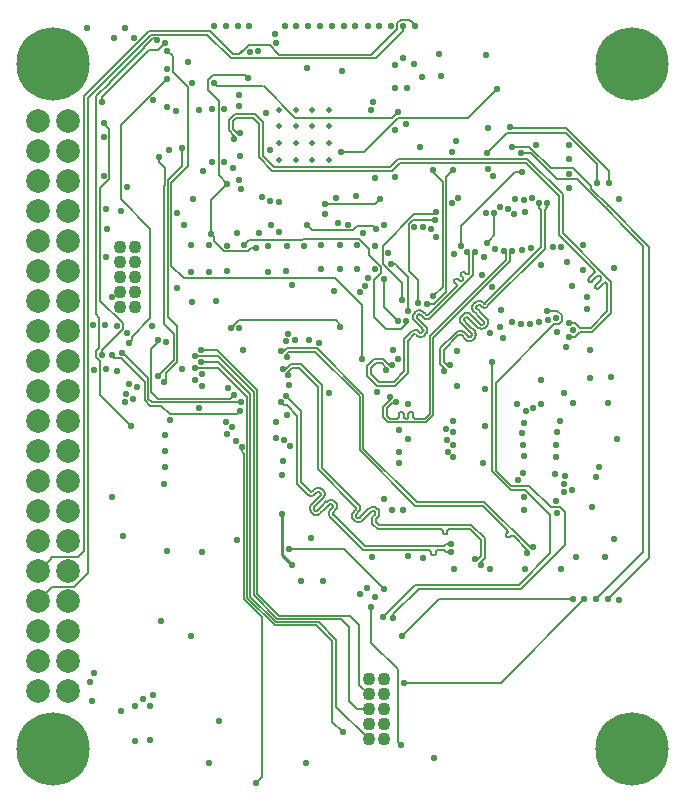
<source format=gbr>
G04 #@! TF.GenerationSoftware,KiCad,Pcbnew,5.1.4+dfsg1-1~bpo9+1*
G04 #@! TF.CreationDate,2019-11-26T17:32:14+01:00*
G04 #@! TF.ProjectId,zglue-demo-board,7a676c75-652d-4646-956d-6f2d626f6172,rev?*
G04 #@! TF.SameCoordinates,Original*
G04 #@! TF.FileFunction,Copper,L3,Inr*
G04 #@! TF.FilePolarity,Positive*
%FSLAX46Y46*%
G04 Gerber Fmt 4.6, Leading zero omitted, Abs format (unit mm)*
G04 Created by KiCad (PCBNEW 5.1.4+dfsg1-1~bpo9+1) date 2019-11-26 17:32:14*
%MOMM*%
%LPD*%
G04 APERTURE LIST*
%ADD10C,0.500000*%
%ADD11C,1.100000*%
%ADD12C,6.200000*%
%ADD13C,2.000000*%
%ADD14C,0.550000*%
%ADD15C,0.200000*%
%ADD16C,0.150000*%
%ADD17C,0.250000*%
G04 APERTURE END LIST*
D10*
X50450000Y-42350000D03*
X51850000Y-42350000D03*
X53250000Y-42350000D03*
X54650000Y-42350000D03*
X50450000Y-40950000D03*
X51850000Y-40950000D03*
X53250000Y-40950000D03*
X54650000Y-40950000D03*
X50450000Y-39550000D03*
X51850000Y-39550000D03*
X53250000Y-39550000D03*
X54650000Y-39550000D03*
X50450000Y-38150000D03*
X51850000Y-38150000D03*
X53250000Y-38150000D03*
X54650000Y-38150000D03*
D11*
X58040000Y-86370000D03*
X59310000Y-86370000D03*
X58040000Y-87640000D03*
X59310000Y-87640000D03*
X58040000Y-88910000D03*
X59310000Y-88910000D03*
X58040000Y-90180000D03*
X59310000Y-90180000D03*
X58040000Y-91450000D03*
X59310000Y-91450000D03*
X36990000Y-49740000D03*
X38260000Y-49740000D03*
X36990000Y-51010000D03*
X38260000Y-51010000D03*
X36990000Y-52280000D03*
X38260000Y-52280000D03*
X36990000Y-53550000D03*
X38260000Y-53550000D03*
X36990000Y-54820000D03*
X38260000Y-54820000D03*
D12*
X31300000Y-34250000D03*
X31300000Y-92250000D03*
X80300000Y-92250000D03*
X80300000Y-34250000D03*
D13*
X32570000Y-87380000D03*
X30030000Y-87380000D03*
X32570000Y-84840000D03*
X30030000Y-84840000D03*
X32570000Y-82300000D03*
X30030000Y-82300000D03*
X32570000Y-79760000D03*
X30030000Y-79760000D03*
X32570000Y-77220000D03*
X30030000Y-77220000D03*
X32570000Y-74680000D03*
X30030000Y-74680000D03*
X32570000Y-72140000D03*
X30030000Y-72140000D03*
X32570000Y-69600000D03*
X30030000Y-69600000D03*
X32570000Y-67060000D03*
X30030000Y-67060000D03*
X32570000Y-64520000D03*
X30030000Y-64520000D03*
X32570000Y-61980000D03*
X30030000Y-61980000D03*
X32570000Y-59440000D03*
X30030000Y-59440000D03*
X32570000Y-56900000D03*
X30030000Y-56900000D03*
X32570000Y-54360000D03*
X30030000Y-54360000D03*
X32570000Y-51820000D03*
X30030000Y-51820000D03*
X32570000Y-49280000D03*
X30030000Y-49280000D03*
X32570000Y-46740000D03*
X30030000Y-46740000D03*
X32570000Y-44200000D03*
X30030000Y-44200000D03*
X32570000Y-41660000D03*
X30030000Y-41660000D03*
X32570000Y-39120000D03*
X30030000Y-39120000D03*
D14*
X51078649Y-59048649D03*
X71441351Y-75638649D03*
X69835801Y-46504351D03*
X36270000Y-70950000D03*
X68730000Y-49960000D03*
X50090000Y-31710000D03*
X73970876Y-56979124D03*
X52690000Y-93410000D03*
X44480000Y-93420000D03*
X41165000Y-41550000D03*
X35615000Y-43760000D03*
X58274987Y-76000000D03*
X39540000Y-91480000D03*
X39510000Y-88630000D03*
X42770000Y-34120000D03*
X43120000Y-45680000D03*
X54360000Y-46950000D03*
X53110000Y-74425000D03*
X63580000Y-93040000D03*
X62520000Y-35370000D03*
X58530000Y-43900000D03*
X65290000Y-50370000D03*
X69220000Y-55080000D03*
X74560000Y-62110000D03*
X60300000Y-43850000D03*
X51800000Y-57650000D03*
X74300000Y-49750000D03*
X73900000Y-55800000D03*
X34480494Y-86588254D03*
X34820000Y-85860000D03*
X43700000Y-63375010D03*
X44039117Y-43360883D03*
X75358420Y-56784458D03*
X38200000Y-32050000D03*
X75290000Y-70287510D03*
X74800000Y-51050000D03*
X67900000Y-61750000D03*
X67900000Y-64950000D03*
X67700000Y-68050000D03*
X61400000Y-66050000D03*
X60600000Y-65250000D03*
X61400000Y-63050000D03*
X58700000Y-62050000D03*
X60500000Y-59250000D03*
X60100000Y-58450000D03*
X50200000Y-65950000D03*
X50200000Y-64550000D03*
X51100000Y-63950000D03*
X51300000Y-61450000D03*
X47400000Y-58450000D03*
X51000000Y-57750000D03*
X43900000Y-61550000D03*
X71300000Y-46750000D03*
X76550000Y-55000000D03*
X76550000Y-54000000D03*
X78550000Y-60750000D03*
X78800000Y-51500000D03*
X77300000Y-69250000D03*
X77550000Y-68350000D03*
X78800000Y-74500000D03*
X79050000Y-66000000D03*
X45800000Y-38100000D03*
X44800000Y-38100000D03*
X65300000Y-77000000D03*
X68300000Y-77000000D03*
X71300000Y-77000000D03*
X74300000Y-77000000D03*
X52300000Y-78000000D03*
X37050000Y-89050000D03*
X55300000Y-45600000D03*
X49800000Y-47850000D03*
X56300000Y-47850000D03*
X57550000Y-48600000D03*
X59300000Y-47850000D03*
X58420000Y-37490000D03*
X60300000Y-39850000D03*
X47135883Y-42014117D03*
X47050000Y-44100000D03*
X45800000Y-42600000D03*
X44800000Y-42600000D03*
X47050000Y-37850000D03*
X47050000Y-36850000D03*
X52800000Y-34600000D03*
X51048649Y-62411351D03*
X64990000Y-74922500D03*
X50571351Y-62888649D03*
X64990000Y-75597500D03*
X50761351Y-60081351D03*
X67508649Y-76638649D03*
X51238649Y-60558649D03*
X67031351Y-76161351D03*
X50601351Y-58571351D03*
X71918649Y-75161351D03*
X40730000Y-69820000D03*
X58270000Y-80250000D03*
X60750000Y-91910000D03*
X67940000Y-33460000D03*
X58995876Y-45725876D03*
X50670000Y-72350010D03*
X37058471Y-46666283D03*
X41810000Y-46850000D03*
X74700000Y-58220000D03*
X51520000Y-76670000D03*
X75260000Y-53060000D03*
X38920000Y-88060000D03*
X54300000Y-46150000D03*
X59889124Y-51160876D03*
X46875000Y-48550000D03*
X61400000Y-55150000D03*
X79200000Y-79650000D03*
X79200000Y-45650000D03*
X54700000Y-62150000D03*
X73137500Y-46000000D03*
X64888649Y-59761351D03*
X66382500Y-50220000D03*
X59501351Y-60208649D03*
X67057500Y-50220000D03*
X59978649Y-59731351D03*
X69482500Y-50080000D03*
X60328649Y-62908649D03*
X70157500Y-50080000D03*
X59851351Y-62431351D03*
X72462500Y-46000000D03*
X64411351Y-60238649D03*
X76950011Y-71809999D03*
X74997079Y-57354610D03*
X46654986Y-40594838D03*
X75000000Y-56150000D03*
X47139654Y-40125010D03*
X62390000Y-41270000D03*
X76800000Y-58500000D03*
X76800000Y-60850000D03*
X74600000Y-70487500D03*
X51338649Y-66588649D03*
X74600000Y-69812500D03*
X50861351Y-66111351D03*
X42420000Y-47875000D03*
X45920000Y-31040000D03*
X71790000Y-49840000D03*
X44550000Y-49600000D03*
X44550000Y-51840000D03*
X73600000Y-49750000D03*
X45090000Y-54365000D03*
X46930000Y-31040000D03*
X46040000Y-49650000D03*
X46040000Y-51800000D03*
X72660000Y-51280000D03*
X71000000Y-50050000D03*
X65845261Y-49696491D03*
X70980000Y-43410000D03*
X46800000Y-66150000D03*
X41200871Y-64399386D03*
X72200000Y-41150000D03*
X70428868Y-45717220D03*
X38100000Y-62647018D03*
X57294393Y-53569252D03*
X46030000Y-65610000D03*
X38380000Y-61630000D03*
X57719475Y-53044912D03*
X71160000Y-45780000D03*
X46500000Y-65035010D03*
X71880000Y-45605010D03*
X57970000Y-52370000D03*
X45940000Y-64600000D03*
X37705000Y-61380000D03*
X47910000Y-31040000D03*
X61222746Y-55994857D03*
X47090000Y-56590000D03*
X47480000Y-49620000D03*
X67616541Y-52166541D03*
X44930000Y-31040000D03*
X42980000Y-49580000D03*
X42990000Y-51900000D03*
X67810000Y-50575000D03*
X55950000Y-31040000D03*
X53840000Y-57860000D03*
X54020000Y-51590000D03*
X54010000Y-49600000D03*
X69400000Y-57450000D03*
X53920000Y-31040000D03*
X51207227Y-57107594D03*
X51530000Y-52930000D03*
X52570000Y-49680000D03*
X69190000Y-56499999D03*
X51888000Y-31040000D03*
X49550000Y-51830000D03*
X49490000Y-49670000D03*
X57900000Y-78600000D03*
X55100000Y-53450000D03*
X40750000Y-65710000D03*
X40790000Y-67000000D03*
X48480000Y-49860000D03*
X59300000Y-52430000D03*
X47825000Y-35475000D03*
X59700000Y-50300000D03*
X60550000Y-56050000D03*
X46050000Y-44400000D03*
X44650000Y-48675000D03*
X46900000Y-74550000D03*
X40750000Y-68410000D03*
X56890000Y-31040000D03*
X57040000Y-51600000D03*
X57080000Y-49590000D03*
X57280000Y-79110000D03*
X54930000Y-31040000D03*
X73210000Y-55970000D03*
X55640000Y-56525000D03*
X46390000Y-56590000D03*
X55590000Y-51630000D03*
X55600000Y-49600000D03*
X52900000Y-31040000D03*
X52990000Y-57650000D03*
X51070000Y-51790000D03*
X51080000Y-49690000D03*
X68340000Y-57070000D03*
X43700000Y-38150000D03*
X49000000Y-45550000D03*
X49703749Y-45851874D03*
X43050000Y-35850000D03*
X39800000Y-37350000D03*
X37535000Y-44680000D03*
X50474990Y-45950000D03*
X35770000Y-50610000D03*
X43020000Y-82710000D03*
X50700000Y-69050000D03*
X50800000Y-67850000D03*
X75300000Y-63000000D03*
X78300000Y-63000000D03*
X78050000Y-76000000D03*
X75550000Y-76000000D03*
X45400000Y-89920000D03*
X38280000Y-91550000D03*
X38270000Y-88630000D03*
X39790000Y-87700000D03*
X40420000Y-81460000D03*
X34625000Y-88175000D03*
X51280000Y-75300000D03*
X59330000Y-78700000D03*
X74250021Y-64490000D03*
X72450000Y-56130000D03*
X73975010Y-65410000D03*
X71720000Y-56310000D03*
X73900000Y-66560000D03*
X70900000Y-56310000D03*
X73900000Y-67520000D03*
X70130000Y-56130000D03*
X60110000Y-81180000D03*
X40975020Y-75510000D03*
X68510000Y-53170000D03*
X73100000Y-55150000D03*
X59220000Y-81100000D03*
X43920000Y-75560000D03*
X68436316Y-59493684D03*
X72610000Y-61050000D03*
X70560000Y-63060000D03*
X74020000Y-72280000D03*
X71324748Y-63604339D03*
X73880000Y-71220000D03*
X71950000Y-63350000D03*
X74660000Y-69110000D03*
X72600000Y-63020000D03*
X73840000Y-68990000D03*
X43800000Y-59500000D03*
X55870000Y-90860000D03*
X43300000Y-60000000D03*
X43300000Y-59000000D03*
X43800000Y-58500000D03*
X60940000Y-31040000D03*
X61950000Y-31040000D03*
X36260000Y-58884659D03*
X35710000Y-56360000D03*
X47150000Y-63650000D03*
X37181843Y-58714583D03*
X36729124Y-56440876D03*
X47200000Y-62900000D03*
X40158916Y-57648667D03*
X34710000Y-56390000D03*
X46600000Y-62300000D03*
X48510000Y-95100000D03*
X47274980Y-66675000D03*
X42210000Y-60080000D03*
X46130000Y-61730000D03*
X43300000Y-61000000D03*
X43890000Y-60527000D03*
X40960000Y-33130000D03*
X57490000Y-59270000D03*
X34170000Y-31210000D03*
X36730000Y-60220000D03*
X59339444Y-71125000D03*
X35820330Y-60109670D03*
X60900000Y-72000000D03*
X34780000Y-60170000D03*
X60050000Y-72000000D03*
X65500000Y-58550000D03*
X71154767Y-64655233D03*
X71050000Y-65480000D03*
X71120000Y-66510000D03*
X71200000Y-67430000D03*
X41775000Y-53220000D03*
X61400000Y-75922500D03*
X62630000Y-76110000D03*
X65500000Y-61550000D03*
X71090000Y-68920000D03*
X70677779Y-69487500D03*
X71210000Y-70960000D03*
X71160000Y-72050000D03*
X65200000Y-64450000D03*
X64559637Y-65150000D03*
X39663251Y-56450000D03*
X36270000Y-53970000D03*
X65200000Y-65450000D03*
X64639844Y-66100001D03*
X65162623Y-66527000D03*
X60600000Y-67150000D03*
X64722702Y-67072702D03*
X43040000Y-54380000D03*
X40850000Y-57830000D03*
X60600000Y-68050000D03*
X65200000Y-67550000D03*
X48670000Y-33130000D03*
X58640000Y-48270000D03*
X52800000Y-47850000D03*
X61200000Y-39350000D03*
X60300000Y-34350000D03*
X55800000Y-34850000D03*
X49670000Y-41500000D03*
X46550000Y-43100000D03*
X47960000Y-33280000D03*
X50175426Y-32482515D03*
X40829710Y-32467692D03*
X35430000Y-37460000D03*
X60500000Y-38350000D03*
X44900000Y-35850000D03*
X50910000Y-31040000D03*
X49360000Y-38390000D03*
X47200000Y-44850000D03*
X58200000Y-38150000D03*
X55400000Y-47750000D03*
X57000000Y-45450000D03*
X68920000Y-36360000D03*
X55670000Y-41710000D03*
X57950000Y-31040000D03*
X37199999Y-74260000D03*
X58570000Y-51650000D03*
X58570000Y-49630000D03*
X58540000Y-79390000D03*
X54200000Y-78050000D03*
X40070000Y-32249999D03*
X37910000Y-64920000D03*
X37390000Y-31200000D03*
X40970000Y-34700000D03*
X36460000Y-32040000D03*
X37400000Y-62890000D03*
X40230047Y-60679952D03*
X40250001Y-42160000D03*
X35615000Y-40435000D03*
X37598248Y-57050000D03*
X35915200Y-48255200D03*
X40970000Y-37870000D03*
X37706633Y-57868702D03*
X40920000Y-35540000D03*
X35780000Y-46550000D03*
X41750000Y-38275000D03*
X35615000Y-39260000D03*
X35420000Y-58870000D03*
X37484989Y-62174989D03*
X40717558Y-61146814D03*
X42240000Y-41360000D03*
X69980000Y-39635000D03*
X68170000Y-43120000D03*
X78350000Y-44350000D03*
X68090000Y-41787500D03*
X77350000Y-44300000D03*
X76178459Y-49591541D03*
X76210000Y-51720000D03*
X68580000Y-43705000D03*
X70170000Y-41290000D03*
X68130000Y-39710000D03*
X78300000Y-79575010D03*
X70890000Y-41787500D03*
X77300000Y-79575010D03*
X61020000Y-86650000D03*
X76300000Y-79575010D03*
X60835000Y-82715000D03*
X75300000Y-79575010D03*
X68675000Y-46869124D03*
X63760000Y-46810000D03*
X68043524Y-49397625D03*
X60840000Y-54199999D03*
X63620000Y-47490000D03*
X67990000Y-46860000D03*
X62240000Y-54480000D03*
X65150000Y-43260000D03*
X65125001Y-41675001D03*
X62970000Y-54580000D03*
X63490000Y-53930000D03*
X63440000Y-43200000D03*
X65400000Y-40750000D03*
X63772124Y-48866124D03*
X75000000Y-41150000D03*
X63300000Y-48250000D03*
X75000000Y-42325000D03*
X62659637Y-48036546D03*
X75000000Y-43550000D03*
X61900000Y-48050000D03*
X75000000Y-44750000D03*
X60920000Y-33790000D03*
X58910000Y-31040000D03*
X50474990Y-48475000D03*
X61320000Y-36260000D03*
X59900000Y-31040000D03*
X61860000Y-34250000D03*
X60275000Y-36270000D03*
X48775000Y-48575000D03*
X65116356Y-46017947D03*
X70370000Y-46930000D03*
X69150000Y-46340000D03*
X65630000Y-45580000D03*
X64020000Y-33445000D03*
X64165000Y-35290000D03*
D15*
X69676709Y-74244855D02*
X69657278Y-74204505D01*
X69779999Y-74327225D02*
X69739649Y-74307794D01*
X53522690Y-58662500D02*
X51217310Y-58662500D01*
X69704634Y-74279871D02*
X69676709Y-74244855D01*
X69823663Y-74337192D02*
X69779999Y-74327225D01*
X70092712Y-74202644D02*
X70052362Y-74222076D01*
X69868449Y-74337192D02*
X69823663Y-74337192D01*
X69987476Y-74279870D02*
X69952461Y-74307793D01*
X57267500Y-62407310D02*
X53522690Y-58662500D01*
X69912111Y-74327225D02*
X69868449Y-74337192D01*
X69647311Y-74160841D02*
X69647311Y-74116055D01*
X69952461Y-74307793D02*
X69912111Y-74327225D01*
X69657278Y-74204505D02*
X69647311Y-74160841D01*
X70300190Y-74250000D02*
X70265176Y-74222077D01*
X61952690Y-71642500D02*
X57267500Y-66957310D01*
X71441351Y-75391161D02*
X70300190Y-74250000D01*
X70265176Y-74222077D02*
X70224824Y-74202644D01*
X70017348Y-74250001D02*
X69987476Y-74279870D01*
X71441351Y-75638649D02*
X71441351Y-75391161D01*
X69734504Y-73967157D02*
X69762427Y-73932142D01*
X70181162Y-74192679D02*
X70136376Y-74192679D01*
X67692690Y-71642500D02*
X61952690Y-71642500D01*
X70224824Y-74202644D02*
X70181162Y-74192679D01*
X69657278Y-74072393D02*
X69676710Y-74032043D01*
X69676710Y-74032043D02*
X69704633Y-73997027D01*
X69647311Y-74116055D02*
X69657278Y-74072393D01*
X69739649Y-74307794D02*
X69704634Y-74279871D01*
X70136376Y-74192679D02*
X70092712Y-74202644D01*
X69791824Y-73803342D02*
X69781859Y-73759680D01*
X70052362Y-74222076D02*
X70017348Y-74250001D01*
X69704633Y-73997027D02*
X69734504Y-73967157D01*
X69762427Y-73932142D02*
X69781859Y-73891792D01*
X69781859Y-73891792D02*
X69791824Y-73848128D01*
X69791824Y-73848128D02*
X69791824Y-73803342D01*
X69781859Y-73759680D02*
X69762426Y-73719328D01*
X69762426Y-73719328D02*
X69734504Y-73684314D01*
X57267500Y-66957310D02*
X57267500Y-62407310D01*
X69734504Y-73684314D02*
X67692690Y-71642500D01*
X51217310Y-58662500D02*
X51078649Y-58801161D01*
X51078649Y-58801161D02*
X51078649Y-59048649D01*
X53099602Y-70452886D02*
X53061899Y-70434729D01*
X53140400Y-70462198D02*
X53099602Y-70452886D01*
X53260748Y-70434729D02*
X53223045Y-70452886D01*
X53429289Y-70272815D02*
X53293465Y-70408638D01*
X53716332Y-70134582D02*
X53611037Y-70158615D01*
X53293465Y-70408638D02*
X53260748Y-70434729D01*
X53824334Y-70134582D02*
X53716332Y-70134582D01*
X53929629Y-70158615D02*
X53824334Y-70134582D01*
X54111377Y-70272815D02*
X54026937Y-70205476D01*
X54285965Y-70514951D02*
X54239104Y-70417644D01*
X53223045Y-70452886D02*
X53182247Y-70462198D01*
X53382685Y-71830544D02*
X53400842Y-71792842D01*
X53373374Y-71913190D02*
X53373373Y-71871342D01*
X53400841Y-71991690D02*
X53382686Y-71953988D01*
X53426933Y-72024408D02*
X53400841Y-71991690D01*
X52312511Y-63675213D02*
X51048649Y-62411351D01*
X53478211Y-72069059D02*
X53445492Y-72042967D01*
X53598558Y-72096527D02*
X53556712Y-72096528D01*
X53639356Y-72087215D02*
X53598558Y-72096527D01*
X53709776Y-72042967D02*
X53677059Y-72069058D01*
X53611037Y-70158615D02*
X53513729Y-70205476D01*
X54071735Y-71681008D02*
X53956828Y-71795918D01*
X54548329Y-71240076D02*
X54463889Y-71307415D01*
X53445492Y-72042967D02*
X53426933Y-72024408D01*
X54750932Y-71169182D02*
X54645637Y-71193215D01*
X54035942Y-71151115D02*
X54171766Y-71015291D01*
X54858934Y-71169182D02*
X54750932Y-71169182D01*
X55206366Y-71367804D02*
X55145977Y-71307415D01*
X55061537Y-71240076D02*
X54964229Y-71193215D01*
X55320565Y-71549551D02*
X55273705Y-71452244D01*
X55344598Y-71762849D02*
X55344598Y-71654846D01*
X54285965Y-70833544D02*
X54309998Y-70728249D01*
X55145977Y-71307415D02*
X55061537Y-71240076D01*
X55320565Y-71868144D02*
X55344598Y-71762849D01*
X54239104Y-70930851D02*
X54285965Y-70833544D01*
X55016983Y-72296934D02*
X55026295Y-72256136D01*
X55016983Y-72338781D02*
X55016983Y-72296934D01*
X54309998Y-70728249D02*
X54309998Y-70620246D01*
X55026295Y-72379579D02*
X55016983Y-72338781D01*
X54964229Y-71193215D02*
X54858934Y-71169182D01*
X55044452Y-72417282D02*
X55026295Y-72379579D01*
X55070543Y-72449999D02*
X55044452Y-72417282D01*
X57718033Y-75097489D02*
X55070543Y-72449999D01*
X64426103Y-75097489D02*
X57718033Y-75097489D01*
X64990000Y-74922500D02*
X64601092Y-74922500D01*
X64601092Y-74922500D02*
X64426103Y-75097489D01*
X53029181Y-70408638D02*
X52312511Y-69691967D01*
X54171766Y-70333204D02*
X54111377Y-70272815D01*
X54239104Y-70417644D02*
X54171766Y-70333204D01*
X55273705Y-71965451D02*
X55320565Y-71868144D01*
X54460000Y-71290000D02*
X54077126Y-71672873D01*
X54645637Y-71193215D02*
X54548329Y-71240076D01*
X53061899Y-70434729D02*
X53029181Y-70408638D01*
X54309998Y-70620246D02*
X54285965Y-70514951D01*
X54026937Y-70205476D02*
X53929629Y-70158615D01*
X53956828Y-71795918D02*
X53709776Y-72042967D01*
X55044452Y-72218433D02*
X55070543Y-72185715D01*
X55206366Y-72049891D02*
X55273705Y-71965451D01*
X55273705Y-71452244D02*
X55206366Y-71367804D01*
X53677059Y-72069058D02*
X53639356Y-72087215D01*
X53182247Y-70462198D02*
X53140400Y-70462198D01*
X53373373Y-71871342D02*
X53382685Y-71830544D01*
X54171766Y-71015291D02*
X54239104Y-70930851D01*
X53556712Y-72096528D02*
X53515914Y-72087216D01*
X55026295Y-72256136D02*
X55044452Y-72218433D01*
X52312511Y-69691967D02*
X52312511Y-63675213D01*
X53382686Y-71953988D02*
X53373374Y-71913190D01*
X53400842Y-71792842D02*
X53426933Y-71760124D01*
X53515914Y-72087216D02*
X53478211Y-72069059D01*
X55344598Y-71654846D02*
X55320565Y-71549551D01*
X53513729Y-70205476D02*
X53429289Y-70272815D01*
X53426933Y-71760124D02*
X54035942Y-71151115D01*
X55070543Y-72185715D02*
X55206366Y-72049891D01*
X50846350Y-63163648D02*
X50571351Y-62888649D01*
X51093838Y-63163648D02*
X50846350Y-63163648D01*
X51987500Y-64057310D02*
X51093838Y-63163648D01*
X52820280Y-70659369D02*
X51987500Y-69826590D01*
X52904720Y-70726708D02*
X52820280Y-70659369D01*
X53215325Y-70797601D02*
X53107322Y-70797601D01*
X53417927Y-70726708D02*
X53320620Y-70773568D01*
X53502367Y-70659369D02*
X53417927Y-70726708D01*
X54981725Y-71808272D02*
X54999882Y-71770569D01*
X53974594Y-70695171D02*
X53974594Y-70653324D01*
X54840726Y-71955898D02*
X54955634Y-71840989D01*
X54981725Y-71609423D02*
X54955634Y-71576705D01*
X54752472Y-72061254D02*
X54819811Y-71976814D01*
X54819811Y-72658901D02*
X54752472Y-72574461D01*
X53947125Y-70574823D02*
X53921034Y-70542105D01*
X54955634Y-71840989D02*
X54981725Y-71808272D01*
X63775302Y-75466134D02*
X63743633Y-75497803D01*
X63100000Y-75422500D02*
X57583410Y-75422500D01*
X54784009Y-71504586D02*
X54743211Y-71513898D01*
X63294985Y-75577996D02*
X63280193Y-75535724D01*
X63305014Y-75709242D02*
X63300000Y-75664737D01*
X53107322Y-70797601D02*
X53002027Y-70773568D01*
X53921034Y-70806389D02*
X53947125Y-70773672D01*
X54705612Y-72477154D02*
X54681579Y-72371859D01*
X54681579Y-72371859D02*
X54681579Y-72263856D01*
X63743633Y-75497803D02*
X63719806Y-75535724D01*
X63144504Y-75427515D02*
X63100000Y-75422500D01*
X54752472Y-72574461D02*
X54705612Y-72477154D01*
X63186776Y-75442307D02*
X63144504Y-75427515D01*
X63224697Y-75466134D02*
X63186776Y-75442307D01*
X53708611Y-70479298D02*
X53670908Y-70497454D01*
X51987500Y-69826590D02*
X51987500Y-64057310D01*
X54819811Y-71976814D02*
X54840726Y-71955898D01*
X64601092Y-75597500D02*
X64426092Y-75422500D01*
X63719806Y-75535724D02*
X63705014Y-75577996D01*
X63343633Y-75789435D02*
X63319806Y-75751514D01*
X53176203Y-72233311D02*
X53108863Y-72148870D01*
X63544504Y-75859723D02*
X63500000Y-75864737D01*
X63280193Y-75535724D02*
X63256366Y-75497803D01*
X63455495Y-75859723D02*
X63413223Y-75844931D01*
X63855495Y-75427515D02*
X63813223Y-75442307D01*
X54681579Y-72263856D02*
X54705612Y-72158561D01*
X53921034Y-70542105D02*
X53902475Y-70523546D01*
X53176203Y-71551223D02*
X53197118Y-71530308D01*
X64990000Y-75597500D02*
X64601092Y-75597500D01*
X63256366Y-75497803D02*
X63224697Y-75466134D01*
X63656366Y-75789435D02*
X63624697Y-75821104D01*
X63813223Y-75442307D02*
X63775302Y-75466134D01*
X53638191Y-70523546D02*
X53502367Y-70659369D01*
X63586776Y-75844931D02*
X63544504Y-75859723D01*
X63413223Y-75844931D02*
X63375302Y-75821104D01*
X63700000Y-75622500D02*
X63700000Y-75664737D01*
X53062003Y-71732971D02*
X53108863Y-71635662D01*
X63700000Y-75664737D02*
X63694985Y-75709242D01*
X63375302Y-75821104D02*
X63343633Y-75789435D01*
X64426092Y-75422500D02*
X63900000Y-75422500D01*
X63300000Y-75622500D02*
X63294985Y-75577996D01*
X54999882Y-71647126D02*
X54981725Y-71609423D01*
X63680193Y-75751514D02*
X63656366Y-75789435D01*
X53236592Y-72293700D02*
X53176203Y-72233311D01*
X54705612Y-72158561D02*
X54752472Y-72061254D01*
X53736931Y-72407898D02*
X53631636Y-72431931D01*
X63694985Y-75709242D02*
X63680193Y-75751514D01*
X63624697Y-75821104D02*
X63586776Y-75844931D01*
X53749409Y-70469986D02*
X53708611Y-70479298D01*
X63900000Y-75422500D02*
X63855495Y-75427515D01*
X63500000Y-75864737D02*
X63455495Y-75859723D01*
X53559075Y-71168348D02*
X53921034Y-70806389D01*
X57583410Y-75422500D02*
X54819811Y-72658901D01*
X63300000Y-75664737D02*
X63300000Y-75622500D01*
X54999882Y-71770569D02*
X55009194Y-71729771D01*
X55009194Y-71729771D02*
X55009194Y-71687924D01*
X55009194Y-71687924D02*
X54999882Y-71647126D01*
X53902475Y-70523546D02*
X53869757Y-70497454D01*
X54310832Y-71920104D02*
X53927958Y-72302978D01*
X54955634Y-71576705D02*
X54937075Y-71558146D01*
X54937075Y-71558146D02*
X54904357Y-71532054D01*
X54825856Y-71504586D02*
X54784009Y-71504586D01*
X53037970Y-71946268D02*
X53037970Y-71838266D01*
X53418339Y-72407899D02*
X53321032Y-72361038D01*
X54904357Y-71532054D02*
X54866654Y-71513898D01*
X54866654Y-71513898D02*
X54825856Y-71504586D01*
X53631636Y-72431931D02*
X53523634Y-72431932D01*
X54743211Y-71513898D02*
X54705508Y-71532054D01*
X54705508Y-71532054D02*
X54672791Y-71558146D01*
X53974594Y-70653324D02*
X53965282Y-70612526D01*
X53320620Y-70773568D02*
X53215325Y-70797601D01*
X54672791Y-71558146D02*
X54310832Y-71920104D01*
X53062003Y-72051563D02*
X53037970Y-71946268D01*
X53918678Y-72293699D02*
X53834238Y-72361037D01*
X53108863Y-71635662D02*
X53176203Y-71551223D01*
X53834238Y-72361037D02*
X53736931Y-72407898D01*
X53523634Y-72431932D02*
X53418339Y-72407899D01*
X53321032Y-72361038D02*
X53236592Y-72293700D01*
X53108863Y-72148870D02*
X53062003Y-72051563D01*
X53037970Y-71838266D02*
X53062003Y-71732971D01*
X53197118Y-71530308D02*
X53559075Y-71168348D01*
X63705014Y-75577996D02*
X63700000Y-75622500D01*
X53947125Y-70773672D02*
X53965282Y-70735969D01*
X63319806Y-75751514D02*
X63305014Y-75709242D01*
X53965282Y-70612526D02*
X53947125Y-70574823D01*
X53002027Y-70773568D02*
X52904720Y-70726708D01*
X53869757Y-70497454D02*
X53832054Y-70479298D01*
X53832054Y-70479298D02*
X53791256Y-70469986D01*
X53791256Y-70469986D02*
X53749409Y-70469986D01*
X53965282Y-70735969D02*
X53974594Y-70695171D01*
X53670908Y-70497454D02*
X53638191Y-70523546D01*
X58140319Y-71826894D02*
X58055336Y-71894665D01*
X57159847Y-72226508D02*
X57227617Y-72141525D01*
X51008839Y-60081351D02*
X50761351Y-60081351D01*
X58643257Y-73016704D02*
X58624780Y-72978336D01*
X58055336Y-71894665D02*
X57670000Y-72280000D01*
X56997340Y-72598119D02*
X56978862Y-72559751D01*
X58352188Y-71763510D02*
X58246216Y-71787698D01*
X51422690Y-59667500D02*
X51008839Y-60081351D01*
X58615304Y-72936817D02*
X58615304Y-72894231D01*
X52267310Y-59667500D02*
X51422690Y-59667500D01*
X57138797Y-71518988D02*
X54072500Y-68452690D01*
X57227617Y-71625019D02*
X57159846Y-71540036D01*
X57298967Y-71828924D02*
X57274780Y-71722953D01*
X57274780Y-72043593D02*
X57298966Y-71937620D01*
X58624780Y-72852713D02*
X58643257Y-72814344D01*
X56997340Y-72395759D02*
X57023891Y-72362463D01*
X56969385Y-72475645D02*
X56978861Y-72434127D01*
X58669809Y-72781049D02*
X58805764Y-72645093D01*
X58615304Y-72894231D02*
X58624780Y-72852713D01*
X58873535Y-72043605D02*
X58805764Y-71958622D01*
X57023891Y-72362463D02*
X57159847Y-72226508D01*
X67852500Y-74412690D02*
X66737310Y-73297500D01*
X58460885Y-71763510D02*
X58352188Y-71763510D01*
X58805764Y-72645093D02*
X58873535Y-72560111D01*
X57023892Y-72631415D02*
X56997340Y-72598119D01*
X58917310Y-73297500D02*
X58669809Y-73050000D01*
X57671020Y-72281020D02*
X57306734Y-72645306D01*
X67508649Y-76391161D02*
X67852500Y-76047310D01*
X58246216Y-71787698D02*
X58148284Y-71834860D01*
X54072500Y-61472690D02*
X52267310Y-59667500D01*
X67852500Y-76047310D02*
X67852500Y-74412690D01*
X57071078Y-72671858D02*
X57037784Y-72645307D01*
X67508649Y-76638649D02*
X67508649Y-76391161D01*
X57037784Y-72645307D02*
X57023892Y-72631415D01*
X58805764Y-71958622D02*
X58749772Y-71902631D01*
X54072500Y-68452690D02*
X54072500Y-61472690D01*
X58944884Y-72356206D02*
X58944884Y-72247509D01*
X57150965Y-72699811D02*
X57109447Y-72690335D01*
X58669809Y-73050000D02*
X58643257Y-73016704D01*
X58944884Y-72247509D02*
X58920697Y-72141538D01*
X57235071Y-72690336D02*
X57193551Y-72699811D01*
X58566857Y-71787698D02*
X58460885Y-71763510D01*
X58664789Y-71834860D02*
X58566857Y-71787698D01*
X58920697Y-72462178D02*
X58944884Y-72356206D01*
X66737310Y-73297500D02*
X58917310Y-73297500D01*
X57159846Y-71540036D02*
X57138797Y-71518988D01*
X58920697Y-72141538D02*
X58873535Y-72043605D01*
X58643257Y-72814344D02*
X58669809Y-72781049D01*
X57273440Y-72671859D02*
X57235071Y-72690336D01*
X58873535Y-72560111D02*
X58920697Y-72462178D01*
X58624780Y-72978336D02*
X58615304Y-72936817D01*
X57109447Y-72690335D02*
X57071078Y-72671858D01*
X56978862Y-72559751D02*
X56969385Y-72518231D01*
X58749772Y-71902631D02*
X58664789Y-71834860D01*
X57274780Y-71722953D02*
X57227617Y-71625019D01*
X57306734Y-72645306D02*
X57273440Y-72671859D01*
X57298966Y-71937620D02*
X57298967Y-71828924D01*
X57193551Y-72699811D02*
X57150965Y-72699811D01*
X57227617Y-72141525D02*
X57274780Y-72043593D01*
X56969385Y-72518231D02*
X56969385Y-72475645D01*
X56978861Y-72434127D02*
X56997340Y-72395759D01*
X64280193Y-73735724D02*
X64256366Y-73697803D01*
X64300000Y-73864746D02*
X64300000Y-73822500D01*
X64455495Y-74059732D02*
X64413223Y-74044940D01*
X58541013Y-72153490D02*
X58507717Y-72126938D01*
X56935538Y-71782090D02*
X56908987Y-71748796D01*
X64319806Y-73951523D02*
X64305014Y-73909251D01*
X64624697Y-74021113D02*
X64586776Y-74044940D01*
X64700000Y-73864746D02*
X64694985Y-73909251D01*
X64700000Y-73822500D02*
X64700000Y-73864746D01*
X64186776Y-73642307D02*
X64144504Y-73627515D01*
X64705014Y-73777996D02*
X64700000Y-73822500D01*
X58351179Y-73173777D02*
X58304017Y-73075844D01*
X64413223Y-74044940D02*
X64375302Y-74021113D01*
X67031351Y-76161351D02*
X67278839Y-76161351D01*
X64586776Y-74044940D02*
X64544504Y-74059732D01*
X64656366Y-73989444D02*
X64624697Y-74021113D01*
X64719806Y-73735724D02*
X64705014Y-73777996D01*
X64813223Y-73642307D02*
X64775302Y-73666134D01*
X53747500Y-61607310D02*
X52132690Y-59992500D01*
X64855495Y-73627515D02*
X64813223Y-73642307D01*
X53747500Y-68587310D02*
X53747500Y-61607310D01*
X66602690Y-73622500D02*
X64900000Y-73622500D01*
X57430510Y-72963935D02*
X57332578Y-73011097D01*
X67527500Y-75912690D02*
X67527500Y-74547310D01*
X67278839Y-76161351D02*
X67527500Y-75912690D01*
X64680193Y-73951523D02*
X64656366Y-73989444D01*
X58609411Y-72280564D02*
X58599935Y-72239046D01*
X64743633Y-73697803D02*
X64719806Y-73735724D01*
X58599935Y-72239046D02*
X58581457Y-72200677D01*
X58279829Y-72969873D02*
X58279829Y-72861176D01*
X56963493Y-71861978D02*
X56954017Y-71820460D01*
X64694985Y-73909251D02*
X64680193Y-73951523D01*
X64294985Y-73777996D02*
X64280193Y-73735724D01*
X56908986Y-72017746D02*
X56935539Y-71984452D01*
X67527500Y-74547310D02*
X66602690Y-73622500D01*
X58427830Y-72098984D02*
X58385244Y-72098984D01*
X58385244Y-72098984D02*
X58343726Y-72108460D01*
X64900000Y-73622500D02*
X64855495Y-73627515D01*
X58507717Y-72126938D02*
X58469349Y-72108460D01*
X56914006Y-72963936D02*
X56829023Y-72896165D01*
X56908987Y-71748796D02*
X53747500Y-68587310D01*
X64224697Y-73666134D02*
X64186776Y-73642307D01*
X64500000Y-74064746D02*
X64455495Y-74059732D01*
X64300000Y-73822500D02*
X64294985Y-73777996D01*
X58599935Y-72364669D02*
X58609411Y-72323151D01*
X64775302Y-73666134D02*
X64743633Y-73697803D01*
X56705261Y-72238686D02*
X56773032Y-72153703D01*
X58343726Y-72108460D02*
X58305357Y-72126938D01*
X56954017Y-71820460D02*
X56935538Y-71782090D01*
X64256366Y-73697803D02*
X64224697Y-73666134D01*
X64544504Y-74059732D02*
X64500000Y-74064746D01*
X58418950Y-72572289D02*
X58554905Y-72436333D01*
X64305014Y-73909251D02*
X64300000Y-73864746D01*
X64343633Y-73989444D02*
X64319806Y-73951523D01*
X56773032Y-72153703D02*
X56794082Y-72132653D01*
X57117911Y-73035286D02*
X57011938Y-73011098D01*
X56829023Y-72896165D02*
X56773031Y-72840173D01*
X64375302Y-74021113D02*
X64343633Y-73989444D01*
X56935539Y-71984452D02*
X56954016Y-71946082D01*
X64144504Y-73627515D02*
X64100000Y-73622500D01*
X58554905Y-72167382D02*
X58541013Y-72153490D01*
X64100000Y-73622500D02*
X58782690Y-73622500D01*
X58782690Y-73622500D02*
X58418950Y-73258760D01*
X58418950Y-73258760D02*
X58351179Y-73173777D01*
X58304017Y-73075844D02*
X58279829Y-72969873D01*
X58279829Y-72861176D02*
X58304017Y-72755204D01*
X58304017Y-72755204D02*
X58351179Y-72657271D01*
X58351179Y-72657271D02*
X58418950Y-72572289D01*
X58554905Y-72436333D02*
X58581457Y-72403038D01*
X58581457Y-72403038D02*
X58599935Y-72364669D01*
X58609411Y-72323151D02*
X58609411Y-72280564D01*
X58581457Y-72200677D02*
X58554905Y-72167382D01*
X58469349Y-72108460D02*
X58427830Y-72098984D01*
X58305357Y-72126938D02*
X58272062Y-72153490D01*
X58272062Y-72153490D02*
X57907776Y-72517775D01*
X57905336Y-72514665D02*
X57520000Y-72900000D01*
X57515493Y-72896164D02*
X57430510Y-72963935D01*
X57332578Y-73011097D02*
X57226607Y-73035285D01*
X57226607Y-73035285D02*
X57117911Y-73035286D01*
X57011938Y-73011098D02*
X56914006Y-72963936D01*
X56773031Y-72840173D02*
X56705260Y-72755190D01*
X56705260Y-72755190D02*
X56658098Y-72657258D01*
X56658098Y-72657258D02*
X56633910Y-72551286D01*
X56633910Y-72551286D02*
X56633911Y-72442590D01*
X56633911Y-72442590D02*
X56658099Y-72336618D01*
X56658099Y-72336618D02*
X56705261Y-72238686D01*
X56794082Y-72132653D02*
X56908986Y-72017746D01*
X56954016Y-71946082D02*
X56963492Y-71904564D01*
X56963492Y-71904564D02*
X56963493Y-71861978D01*
X52132690Y-59992500D02*
X51557310Y-59992500D01*
X51557310Y-59992500D02*
X51238649Y-60311161D01*
X51238649Y-60311161D02*
X51238649Y-60558649D01*
X53657310Y-58337500D02*
X57592500Y-62272690D01*
X67827310Y-71317500D02*
X71671161Y-75161351D01*
X50848839Y-58571351D02*
X51082690Y-58337500D01*
X50601351Y-58571351D02*
X50848839Y-58571351D01*
X51082690Y-58337500D02*
X53657310Y-58337500D01*
X57592500Y-62272690D02*
X57592500Y-66822690D01*
X57592500Y-66822690D02*
X62087310Y-71317500D01*
X62087310Y-71317500D02*
X67827310Y-71317500D01*
X71671161Y-75161351D02*
X71918649Y-75161351D01*
D16*
X61400000Y-52320000D02*
X60420000Y-51340000D01*
X61400000Y-55150000D02*
X61400000Y-52320000D01*
X60420000Y-51340000D02*
X60420000Y-51302844D01*
X60420000Y-51302844D02*
X60278032Y-51160876D01*
X60278032Y-51160876D02*
X59889124Y-51160876D01*
X58270000Y-83320000D02*
X60475001Y-85525001D01*
X60475001Y-85525001D02*
X60475001Y-91635001D01*
X60475001Y-91635001D02*
X60750000Y-91910000D01*
X58270000Y-80250000D02*
X58270000Y-83320000D01*
X58964124Y-45725876D02*
X58995876Y-45725876D01*
X58540000Y-46150000D02*
X58964124Y-45725876D01*
X54300000Y-46150000D02*
X58540000Y-46150000D01*
D17*
X50660000Y-75810000D02*
X50660000Y-72360010D01*
X51520000Y-76670000D02*
X50660000Y-75810000D01*
X50660000Y-72360010D02*
X50670000Y-72350010D01*
D15*
X67980708Y-56489125D02*
X67937808Y-56532027D01*
X68049771Y-56402523D02*
X67980708Y-56489125D01*
X68097833Y-56302722D02*
X68049771Y-56402523D01*
X67616062Y-54828855D02*
X67550000Y-54776173D01*
X68122481Y-56194731D02*
X68097833Y-56302722D01*
X67530000Y-55320000D02*
X67963781Y-55753781D01*
X65651304Y-57215600D02*
X65616290Y-57243523D01*
X67125350Y-54914532D02*
X67135888Y-54927746D01*
X67118017Y-54899304D02*
X67125350Y-54914532D01*
X67114256Y-54865924D02*
X67114256Y-54882825D01*
X67980706Y-55789567D02*
X68049771Y-55876169D01*
X67430000Y-55220000D02*
X67544906Y-55334903D01*
X67118017Y-54849445D02*
X67114256Y-54865924D01*
X66618107Y-57699106D02*
X66507337Y-57699107D01*
X64382500Y-58477310D02*
X64382500Y-59502690D01*
X67125350Y-54834217D02*
X67118017Y-54849445D01*
X67114256Y-54882825D02*
X67118017Y-54899304D01*
X67390289Y-54627032D02*
X67373811Y-54623271D01*
X67692191Y-54865517D02*
X67616062Y-54828855D01*
X67859066Y-54884320D02*
X67774569Y-54884320D01*
X67550000Y-54776173D02*
X67533637Y-54759809D01*
X66091546Y-55948337D02*
X66102084Y-55961551D01*
X67941445Y-54865517D02*
X67859066Y-54884320D01*
X67751405Y-56649152D02*
X67643412Y-56673801D01*
X67024466Y-57427828D02*
X66955403Y-57514430D01*
X64382500Y-59502690D02*
X64641161Y-59761351D01*
X67532642Y-56673802D02*
X67424649Y-56649153D01*
X67311988Y-54644904D02*
X67135888Y-54821003D01*
X67356909Y-54623271D02*
X67340431Y-54627032D01*
X68083636Y-54776173D02*
X68017574Y-54828855D01*
X67373811Y-54623271D02*
X67356909Y-54623271D01*
X66102084Y-55961551D02*
X66385265Y-56244732D01*
X73137500Y-46000000D02*
X73137500Y-46395000D01*
X73137500Y-46395000D02*
X72942500Y-46590000D01*
X67959257Y-55768115D02*
X67980706Y-55789567D01*
X66726100Y-57674457D02*
X66618107Y-57699106D01*
X67340431Y-54627032D02*
X67325203Y-54634365D01*
X66084213Y-55883250D02*
X66080452Y-55899729D01*
X65780104Y-57186201D02*
X65735318Y-57186201D01*
X67135888Y-54927746D02*
X67419069Y-55210927D01*
X68122481Y-56083961D02*
X68122481Y-56194731D01*
X66933952Y-56793420D02*
X66955401Y-56814872D01*
X67135888Y-54821003D02*
X67125350Y-54834217D01*
X72942500Y-49917310D02*
X68083636Y-54776173D01*
X68017574Y-54828855D02*
X67941445Y-54865517D01*
X67533637Y-54759809D02*
X67418732Y-54644904D01*
X67643412Y-56673801D02*
X67532642Y-56673802D01*
X68097831Y-55975970D02*
X68122481Y-56083961D01*
X67418732Y-54644904D02*
X67405517Y-54634365D01*
X67405517Y-54634365D02*
X67390289Y-54627032D01*
X67774569Y-54884320D02*
X67692191Y-54865517D01*
X67097176Y-57220036D02*
X67072528Y-57328027D01*
X65691654Y-57196168D02*
X65651304Y-57215600D01*
X67325203Y-54634365D02*
X67311988Y-54644904D01*
X67324850Y-56601091D02*
X67238246Y-56532028D01*
X66641593Y-56501061D02*
X66933952Y-56793420D01*
X67238246Y-56532028D02*
X66384927Y-55678709D01*
X65823766Y-57196168D02*
X65780104Y-57186201D01*
X66384927Y-55678709D02*
X66371713Y-55668171D01*
X66371713Y-55668171D02*
X66356485Y-55660837D01*
X66212941Y-57557333D02*
X65899132Y-57243524D01*
X66356485Y-55660837D02*
X66340006Y-55657076D01*
X66340006Y-55657076D02*
X66323105Y-55657076D01*
X66323105Y-55657076D02*
X66306626Y-55660837D01*
X67424649Y-56649153D02*
X67324850Y-56601091D01*
X66306626Y-55660837D02*
X66291398Y-55668171D01*
X66091546Y-55868022D02*
X66084213Y-55883250D01*
X66299545Y-57626396D02*
X66212941Y-57557333D01*
X66385265Y-56244736D02*
X66641593Y-56501061D01*
X66102084Y-55854808D02*
X66091546Y-55868022D01*
X66080452Y-55916630D02*
X66084213Y-55933109D01*
X66084213Y-55933109D02*
X66091546Y-55948337D01*
X66385265Y-56244732D02*
X66385265Y-56244736D01*
X67937808Y-56532027D02*
X67851204Y-56601091D01*
X67024466Y-56901474D02*
X67072526Y-57001275D01*
X72942500Y-46590000D02*
X72942500Y-49917310D01*
X66278184Y-55678709D02*
X66102084Y-55854808D01*
X67072526Y-57001275D02*
X67097176Y-57109266D01*
X67851204Y-56601091D02*
X67751405Y-56649152D01*
X66080452Y-55899729D02*
X66080452Y-55916630D01*
X66291398Y-55668171D02*
X66278184Y-55678709D01*
X67097176Y-57109266D02*
X67097176Y-57220036D01*
X67072528Y-57328027D02*
X67024466Y-57427828D01*
X66507337Y-57699107D02*
X66399344Y-57674458D01*
X66955403Y-57514430D02*
X66912503Y-57557332D01*
X66912503Y-57557332D02*
X66825899Y-57626396D01*
X68049771Y-55876169D02*
X68097831Y-55975970D01*
X66955401Y-56814872D02*
X67024466Y-56901474D01*
X66825899Y-57626396D02*
X66726100Y-57674457D01*
X66399344Y-57674458D02*
X66299545Y-57626396D01*
X65899132Y-57243524D02*
X65864118Y-57215599D01*
X65864118Y-57215599D02*
X65823766Y-57196168D01*
X65735318Y-57186201D02*
X65691654Y-57196168D01*
X65616290Y-57243523D02*
X64382500Y-58477310D01*
X64641161Y-59761351D02*
X64888649Y-59761351D01*
X66049135Y-52469345D02*
X66039169Y-52513008D01*
X66039169Y-52380896D02*
X66049135Y-52424559D01*
X65991815Y-52588375D02*
X65956800Y-52616298D01*
X66019737Y-52340545D02*
X66039169Y-52380896D01*
X62673613Y-56831240D02*
X62665111Y-56848895D01*
X65838363Y-51991959D02*
X65828397Y-52035622D01*
X65885719Y-51916594D02*
X65857795Y-51951608D01*
X66393685Y-52080011D02*
X66350022Y-52070045D01*
X66004747Y-51859273D02*
X65961084Y-51869239D01*
X66093196Y-51869239D02*
X66049533Y-51859273D01*
X66168561Y-51916594D02*
X66133547Y-51888671D01*
X66274657Y-52022690D02*
X66168561Y-51916594D01*
X65320065Y-53260125D02*
X63130190Y-55450000D01*
X66309672Y-52050613D02*
X66274657Y-52022690D01*
X65272678Y-52557644D02*
X65262712Y-52601307D01*
X66438471Y-52080011D02*
X66393685Y-52080011D01*
X66039169Y-52513008D02*
X66019737Y-52553358D01*
X65885719Y-52199436D02*
X65991814Y-52305531D01*
X66522485Y-52050613D02*
X66482134Y-52070045D01*
X65395399Y-52434924D02*
X65355049Y-52454356D01*
X65838363Y-52124071D02*
X65857795Y-52164421D01*
X62673612Y-56773442D02*
X62677973Y-56792544D01*
X59142690Y-59602500D02*
X59501351Y-59961161D01*
X65828397Y-52080408D02*
X65838363Y-52124071D01*
X58627310Y-59602500D02*
X59142690Y-59602500D01*
X65872786Y-52645696D02*
X65828000Y-52645696D01*
X65916449Y-52635730D02*
X65872786Y-52645696D01*
X61958397Y-55260611D02*
X61915496Y-55303512D01*
X62252793Y-55118837D02*
X62144800Y-55143486D01*
X65473484Y-52946581D02*
X65483450Y-52990244D01*
X65355049Y-52454356D02*
X65320034Y-52482279D01*
X66557500Y-52022690D02*
X66522485Y-52050613D01*
X65828000Y-52645696D02*
X65784337Y-52635730D01*
X66049135Y-52424559D02*
X66049135Y-52469345D01*
X62847347Y-55450000D02*
X62657958Y-55260611D01*
X65857795Y-52164421D02*
X65885719Y-52199436D01*
X62045001Y-55191547D02*
X61958397Y-55260611D01*
X65483848Y-52424958D02*
X65439062Y-52424958D01*
X65920734Y-51888671D02*
X65885719Y-51916594D01*
X65828397Y-52035622D02*
X65828397Y-52080408D01*
X61835099Y-56799528D02*
X61756685Y-56837290D01*
X66482134Y-52070045D02*
X66438471Y-52080011D01*
X62363562Y-55118837D02*
X62252793Y-55118837D01*
X66049533Y-51859273D02*
X66004747Y-51859273D01*
X66557500Y-50395000D02*
X66557500Y-52022690D01*
X65426129Y-52871216D02*
X65454052Y-52906230D01*
X61846432Y-55390116D02*
X61798371Y-55489915D01*
X66382500Y-50220000D02*
X66557500Y-50395000D01*
X65956800Y-52616298D02*
X65916449Y-52635730D01*
X62471555Y-55143486D02*
X62363562Y-55118837D01*
X66133547Y-51888671D02*
X66093196Y-51869239D01*
X62460823Y-57044031D02*
X62441722Y-57048391D01*
X65743987Y-52616298D02*
X65708972Y-52588375D01*
X62966375Y-55507321D02*
X62922712Y-55497355D01*
X66350022Y-52070045D02*
X66309672Y-52050613D01*
X66019737Y-52553358D02*
X65991815Y-52588375D01*
X61773722Y-55708677D02*
X61798371Y-55816670D01*
X65857795Y-51951608D02*
X65838363Y-51991959D01*
X62423084Y-56510660D02*
X62652894Y-56740470D01*
X61756685Y-56837290D02*
X61688639Y-56891555D01*
X58897310Y-61167500D02*
X58232500Y-60502690D01*
X62652894Y-56740470D02*
X62665111Y-56755789D01*
X65292110Y-52730106D02*
X65320034Y-52765121D01*
X63095175Y-55477923D02*
X63054824Y-55497355D01*
X62665111Y-56755789D02*
X62673612Y-56773442D01*
X62922712Y-55497355D02*
X62882362Y-55477923D01*
X62677973Y-56812138D02*
X62673613Y-56831240D01*
X62882362Y-55477923D02*
X62847347Y-55450000D01*
X65961084Y-51869239D02*
X65920734Y-51888671D01*
X62665111Y-56848895D02*
X62652894Y-56864214D01*
X65991814Y-52305531D02*
X66019737Y-52340545D01*
X65784337Y-52635730D02*
X65743987Y-52616298D01*
X65708972Y-52588375D02*
X65602876Y-52482279D01*
X65602876Y-52482279D02*
X65567862Y-52454356D01*
X65567862Y-52454356D02*
X65527511Y-52434924D01*
X65527511Y-52434924D02*
X65483848Y-52424958D01*
X65439062Y-52424958D02*
X65395399Y-52434924D01*
X65320034Y-52482279D02*
X65292110Y-52517293D01*
X65292110Y-52517293D02*
X65272678Y-52557644D01*
X65262712Y-52601307D02*
X65262712Y-52646093D01*
X65262712Y-52646093D02*
X65272678Y-52689756D01*
X65272678Y-52689756D02*
X65292110Y-52730106D01*
X61798371Y-55816670D02*
X61846432Y-55916470D01*
X62238293Y-56891555D02*
X62170249Y-56837290D01*
X65320034Y-52765121D02*
X65426129Y-52871216D01*
X65454052Y-52906230D02*
X65473484Y-52946581D01*
X62006984Y-56780161D02*
X61919950Y-56780161D01*
X65483450Y-52990244D02*
X65483450Y-53035030D01*
X65483450Y-53035030D02*
X65473484Y-53078693D01*
X65473484Y-53078693D02*
X65454052Y-53119043D01*
X65454052Y-53119043D02*
X65426129Y-53154060D01*
X65426129Y-53154060D02*
X65320065Y-53260125D01*
X63130190Y-55450000D02*
X63095175Y-55477923D01*
X63054824Y-55497355D02*
X63011161Y-55507321D01*
X63011161Y-55507321D02*
X62966375Y-55507321D01*
X62361214Y-56448787D02*
X62423084Y-56510660D01*
X62657958Y-55260611D02*
X62571355Y-55191547D01*
X62677973Y-56792544D02*
X62677973Y-56812138D01*
X62571355Y-55191547D02*
X62471555Y-55143486D01*
X62144800Y-55143486D02*
X62045001Y-55191547D01*
X61915496Y-55303512D02*
X61846432Y-55390116D01*
X61798371Y-55489915D02*
X61773722Y-55597908D01*
X61773722Y-55597908D02*
X61773722Y-55708677D01*
X61846432Y-55916470D02*
X61915496Y-56003073D01*
X61915496Y-56003073D02*
X62361211Y-56448788D01*
X62361211Y-56448788D02*
X62361214Y-56448787D01*
X58232500Y-59997310D02*
X58627310Y-59602500D01*
X62652894Y-56864214D02*
X62493796Y-57023313D01*
X62493796Y-57023313D02*
X62478476Y-57035530D01*
X62478476Y-57035530D02*
X62460823Y-57044031D01*
X62441722Y-57048391D02*
X62422128Y-57048391D01*
X62422128Y-57048391D02*
X62403025Y-57044030D01*
X58232500Y-60502690D02*
X58232500Y-59997310D01*
X62403025Y-57044030D02*
X62385372Y-57035529D01*
X62385372Y-57035529D02*
X62370052Y-57023314D01*
X62370052Y-57023314D02*
X62238293Y-56891555D01*
X59501351Y-59961161D02*
X59501351Y-60208649D01*
X62170249Y-56837290D02*
X62091835Y-56799528D01*
X62091835Y-56799528D02*
X62006984Y-56780161D01*
X61919950Y-56780161D02*
X61835099Y-56799528D01*
X61688639Y-56891555D02*
X61671786Y-56908409D01*
X61671786Y-56908409D02*
X61017500Y-57562690D01*
X61017500Y-57562690D02*
X61017500Y-60292690D01*
X61017500Y-60292690D02*
X60142690Y-61167500D01*
X60142690Y-61167500D02*
X58897310Y-61167500D01*
X62119585Y-57254904D02*
X62004681Y-57140000D01*
X62991585Y-56930709D02*
X62953824Y-57009123D01*
X62285784Y-55454550D02*
X62242121Y-55464515D01*
X61934567Y-57117500D02*
X61916914Y-57126001D01*
X62991584Y-56673975D02*
X63010951Y-56758826D01*
X58762690Y-61492500D02*
X57907500Y-60637310D01*
X59731161Y-59731351D02*
X59978649Y-59731351D01*
X60277310Y-61492500D02*
X58762690Y-61492500D01*
X62475442Y-57381369D02*
X62388408Y-57381369D01*
X61342500Y-60427310D02*
X60277310Y-61492500D01*
X58492690Y-59277500D02*
X59277310Y-59277500D01*
X61342500Y-57697310D02*
X61342500Y-60427310D01*
X61916914Y-57126001D02*
X61901595Y-57138218D01*
X61953669Y-57113141D02*
X61934567Y-57117500D01*
X61973263Y-57113141D02*
X61953669Y-57113141D01*
X66882500Y-52157310D02*
X63338548Y-55701260D01*
X61997655Y-57128500D02*
X61980000Y-57120000D01*
X62138832Y-55759698D02*
X62166756Y-55794713D01*
X62374233Y-55464515D02*
X62330570Y-55454550D01*
X62109434Y-55630899D02*
X62109434Y-55675685D01*
X57907500Y-60637310D02*
X57907500Y-59862690D01*
X62109434Y-55675685D02*
X62119400Y-55719348D01*
X62388408Y-57381369D02*
X62303557Y-57362002D01*
X62414584Y-55483947D02*
X62374233Y-55464515D01*
X63010951Y-56758826D02*
X63010952Y-56845858D01*
X62725591Y-55770324D02*
X62638988Y-55701260D01*
X62330570Y-55454550D02*
X62285784Y-55454550D01*
X59277310Y-59277500D02*
X59731161Y-59731351D01*
X62201771Y-55483947D02*
X62166756Y-55511871D01*
X63251945Y-55770324D02*
X63152145Y-55818385D01*
X62449599Y-55511871D02*
X62414584Y-55483947D01*
X67057500Y-50220000D02*
X66882500Y-50395000D01*
X62156854Y-57276855D02*
X62140000Y-57260000D01*
X62638988Y-55701260D02*
X62449599Y-55511871D01*
X62225143Y-57324240D02*
X62157097Y-57269977D01*
X62166756Y-55511871D02*
X62138832Y-55546885D01*
X62706751Y-57269977D02*
X62638707Y-57324240D01*
X62825391Y-55818385D02*
X62725591Y-55770324D01*
X63044153Y-55843034D02*
X62933384Y-55843034D01*
X62242121Y-55464515D02*
X62201771Y-55483947D01*
X66882500Y-50395000D02*
X66882500Y-52157310D01*
X62933384Y-55843034D02*
X62825391Y-55818385D01*
X62560293Y-57362002D02*
X62475442Y-57381369D01*
X62166756Y-55787197D02*
X62899557Y-56520000D01*
X57907500Y-59862690D02*
X58492690Y-59277500D01*
X61901595Y-57138218D02*
X61342500Y-57697310D01*
X62899557Y-56527516D02*
X62953822Y-56595561D01*
X63152145Y-55818385D02*
X63044153Y-55843034D01*
X62119400Y-55719348D02*
X62138832Y-55759698D01*
X62020000Y-57152217D02*
X62004681Y-57140000D01*
X62953822Y-56595561D02*
X62991584Y-56673975D01*
X62138832Y-55546885D02*
X62119400Y-55587236D01*
X63010952Y-56845858D02*
X62991585Y-56930709D01*
X62119400Y-55587236D02*
X62109434Y-55630899D01*
X62953824Y-57009123D02*
X62899559Y-57077168D01*
X62899559Y-57077168D02*
X62706751Y-57269977D01*
X62638707Y-57324240D02*
X62560293Y-57362002D01*
X61980449Y-57127820D02*
X61961347Y-57123460D01*
X63338548Y-55701260D02*
X63251945Y-55770324D01*
X62303557Y-57362002D02*
X62225143Y-57324240D01*
X61419806Y-63819717D02*
X61443633Y-63781796D01*
X61405014Y-63861989D02*
X61419806Y-63819717D01*
X60924697Y-63750127D02*
X60956366Y-63781796D01*
X61400000Y-63906493D02*
X61405014Y-63861989D01*
X60580193Y-64174277D02*
X60594985Y-64132005D01*
X60328649Y-62908649D02*
X60081161Y-62908649D01*
X61394985Y-64132005D02*
X61400000Y-64087500D01*
X60886776Y-63726300D02*
X60924697Y-63750127D01*
X62000000Y-64287500D02*
X62782690Y-64287500D01*
X61286776Y-64267694D02*
X61324697Y-64243867D01*
X69657500Y-50832690D02*
X69657500Y-50255000D01*
X61200000Y-64287500D02*
X61244504Y-64282486D01*
X61155495Y-64282486D02*
X61200000Y-64287500D01*
X60081161Y-62908649D02*
X59572500Y-63417310D01*
X61113223Y-64267694D02*
X61155495Y-64282486D01*
X60600000Y-63906493D02*
X60605014Y-63861989D01*
X60755495Y-63711508D02*
X60800000Y-63706493D01*
X61075302Y-64243867D02*
X61113223Y-64267694D01*
X61000000Y-64087500D02*
X61005014Y-64132005D01*
X60675302Y-63750127D02*
X60713223Y-63726300D01*
X61000000Y-63906493D02*
X61000000Y-64087500D01*
X61043633Y-64212198D02*
X61075302Y-64243867D01*
X60994985Y-63861989D02*
X61000000Y-63906493D01*
X61805014Y-64132005D02*
X61819806Y-64174277D01*
X60980193Y-63819717D02*
X60994985Y-63861989D01*
X61800000Y-64087500D02*
X61805014Y-64132005D01*
X62782690Y-64287500D02*
X63187500Y-63882690D01*
X60524697Y-64243867D02*
X60556366Y-64212198D01*
X61356366Y-64212198D02*
X61380193Y-64174277D01*
X59572500Y-64052690D02*
X59807310Y-64287500D01*
X60444504Y-64282486D02*
X60486776Y-64267694D01*
X61794985Y-63861989D02*
X61800000Y-63906493D01*
X61324697Y-64243867D02*
X61356366Y-64212198D01*
X60800000Y-63706493D02*
X60844504Y-63711508D01*
X61955495Y-64282486D02*
X62000000Y-64287500D01*
X60844504Y-63711508D02*
X60886776Y-63726300D01*
X59807310Y-64287500D02*
X60400000Y-64287500D01*
X60956366Y-63781796D02*
X60980193Y-63819717D01*
X61005014Y-64132005D02*
X61019806Y-64174277D01*
X60556366Y-64212198D02*
X60580193Y-64174277D01*
X61400000Y-64087500D02*
X61400000Y-63906493D01*
X61019806Y-64174277D02*
X61043633Y-64212198D01*
X61380193Y-64174277D02*
X61394985Y-64132005D01*
X61913223Y-64267694D02*
X61955495Y-64282486D01*
X60400000Y-64287500D02*
X60444504Y-64282486D01*
X60643633Y-63781796D02*
X60675302Y-63750127D01*
X59572500Y-63417310D02*
X59572500Y-64052690D01*
X60605014Y-63861989D02*
X60619806Y-63819717D01*
X61843633Y-64212198D02*
X61875302Y-64243867D01*
X60619806Y-63819717D02*
X60643633Y-63781796D01*
X61875302Y-64243867D02*
X61913223Y-64267694D01*
X60594985Y-64132005D02*
X60600000Y-64087500D01*
X60600000Y-64087500D02*
X60600000Y-63906493D01*
X60713223Y-63726300D02*
X60755495Y-63711508D01*
X61244504Y-64282486D02*
X61286776Y-64267694D01*
X60486776Y-64267694D02*
X60524697Y-64243867D01*
X61443633Y-63781796D02*
X61475302Y-63750127D01*
X61475302Y-63750127D02*
X61513223Y-63726300D01*
X61513223Y-63726300D02*
X61555495Y-63711508D01*
X61555495Y-63711508D02*
X61600000Y-63706493D01*
X61600000Y-63706493D02*
X61644504Y-63711508D01*
X61644504Y-63711508D02*
X61686776Y-63726300D01*
X61686776Y-63726300D02*
X61724697Y-63750127D01*
X61724697Y-63750127D02*
X61756366Y-63781796D01*
X61756366Y-63781796D02*
X61780193Y-63819717D01*
X61780193Y-63819717D02*
X61794985Y-63861989D01*
X61800000Y-63906493D02*
X61800000Y-64087500D01*
X61819806Y-64174277D02*
X61843633Y-64212198D01*
X63187500Y-63882690D02*
X63187500Y-57302690D01*
X63187500Y-57302690D02*
X69657500Y-50832690D01*
X69657500Y-50255000D02*
X69482500Y-50080000D01*
X63512500Y-64017310D02*
X63512500Y-57437310D01*
X69982500Y-50255000D02*
X70157500Y-50080000D01*
X69982500Y-50967310D02*
X69982500Y-50255000D01*
X63512500Y-57437310D02*
X69982500Y-50967310D01*
X62917310Y-64612500D02*
X63512500Y-64017310D01*
X59672690Y-64612500D02*
X62917310Y-64612500D01*
X59247500Y-64187310D02*
X59672690Y-64612500D01*
X59247500Y-63282690D02*
X59247500Y-64187310D01*
X59851351Y-62431351D02*
X59851351Y-62678839D01*
X59851351Y-62678839D02*
X59247500Y-63282690D01*
X64057500Y-58342690D02*
X64057500Y-59637310D01*
X65386480Y-57013713D02*
X64057500Y-58342690D01*
X65702327Y-56850488D02*
X65594334Y-56875137D01*
X65494533Y-56923199D02*
X65407931Y-56992262D01*
X66107491Y-56992263D02*
X66020887Y-56923199D01*
X66456316Y-57333995D02*
X66421300Y-57306072D01*
X66540328Y-57363394D02*
X66496666Y-57353427D01*
X65594334Y-56875137D02*
X65494533Y-56923199D01*
X66669128Y-57333996D02*
X66628778Y-57353427D01*
X66704142Y-57306072D02*
X66669128Y-57333996D01*
X66761464Y-57187043D02*
X66751497Y-57230707D01*
X66732066Y-57058243D02*
X66751497Y-57098595D01*
X65872274Y-56200000D02*
X66704142Y-57031869D01*
X65855911Y-56174997D02*
X65872274Y-56191361D01*
X65803228Y-56108935D02*
X65855911Y-56174997D01*
X65766566Y-56032806D02*
X65803228Y-56108935D01*
X65747764Y-55950428D02*
X65766566Y-56032806D01*
X66751497Y-57230707D02*
X66732065Y-57271057D01*
X66064737Y-55432536D02*
X65855911Y-55641361D01*
X66206929Y-55343191D02*
X66130800Y-55379853D01*
X66289307Y-55324389D02*
X66206929Y-55343191D01*
X66373804Y-55324389D02*
X66289307Y-55324389D01*
X66456182Y-55343191D02*
X66373804Y-55324389D01*
X66532311Y-55379853D02*
X66456182Y-55343191D01*
X67446605Y-56280767D02*
X66598374Y-55432536D01*
X67521971Y-56328122D02*
X67481621Y-56308690D01*
X67694433Y-56308691D02*
X67654083Y-56328122D01*
X67610419Y-56338089D02*
X67565633Y-56338089D01*
X67654083Y-56328122D02*
X67610419Y-56338089D01*
X67786769Y-56161738D02*
X67776802Y-56205402D01*
X67786769Y-56116952D02*
X67786769Y-56161738D01*
X67776802Y-56073290D02*
X67786769Y-56116952D01*
X67757371Y-56032938D02*
X67776802Y-56073290D01*
X67295666Y-55564144D02*
X67729447Y-55997925D01*
X67180763Y-55449238D02*
X67295666Y-55564144D01*
X67189259Y-55440738D02*
X67180763Y-55449238D01*
X67565633Y-56338089D02*
X67521971Y-56328122D01*
X66906078Y-55157557D02*
X67189259Y-55440738D01*
X66421300Y-57306072D02*
X66107491Y-56992263D01*
X66889715Y-55141193D02*
X66906078Y-55157557D01*
X66837032Y-54673619D02*
X66800370Y-54749748D01*
X67082178Y-54415095D02*
X66889715Y-54607557D01*
X67098541Y-54398731D02*
X67082178Y-54415095D01*
X67164603Y-54346049D02*
X67098541Y-54398731D01*
X66751497Y-57098595D02*
X66761464Y-57142257D01*
X66781568Y-54832127D02*
X66781568Y-54916624D01*
X67407608Y-54290584D02*
X67323111Y-54290584D01*
X67489986Y-54309387D02*
X67407608Y-54290584D01*
X67566115Y-54346049D02*
X67489986Y-54309387D01*
X67632177Y-54398731D02*
X67566115Y-54346049D01*
X67763446Y-54530000D02*
X67632177Y-54398731D01*
X65766566Y-55783552D02*
X65747764Y-55865931D01*
X67791889Y-54547871D02*
X67776661Y-54540538D01*
X66781568Y-54916624D02*
X66800370Y-54999002D01*
X67808367Y-54551632D02*
X67791889Y-54547871D01*
X72617500Y-49782690D02*
X67870190Y-54530000D01*
X72617500Y-46590000D02*
X72617500Y-49782690D01*
X72462500Y-46435000D02*
X72617500Y-46590000D01*
X66800370Y-54749748D02*
X66781568Y-54832127D01*
X66704142Y-57023230D02*
X66732066Y-57058243D01*
X67240732Y-54309387D02*
X67164603Y-54346049D01*
X67323111Y-54290584D02*
X67240732Y-54309387D01*
X67825269Y-54551632D02*
X67808367Y-54551632D01*
X67729447Y-56280767D02*
X67694433Y-56308691D01*
X67856975Y-54540538D02*
X67841747Y-54547871D01*
X64411351Y-59991161D02*
X64411351Y-60238649D01*
X67841747Y-54547871D02*
X67825269Y-54551632D01*
X66130800Y-55379853D02*
X66064737Y-55432536D01*
X66761464Y-57142257D02*
X66761464Y-57187043D01*
X65921088Y-56875138D02*
X65813095Y-56850489D01*
X64057500Y-59637310D02*
X64411351Y-59991161D01*
X66496666Y-57353427D02*
X66456316Y-57333995D01*
X66800370Y-54999002D02*
X66837032Y-55075131D01*
X66598374Y-55432536D02*
X66532311Y-55379853D01*
X67870190Y-54530000D02*
X67856975Y-54540538D01*
X66889715Y-54607557D02*
X66837032Y-54673619D01*
X66020887Y-56923199D02*
X65921088Y-56875138D01*
X66585114Y-57363394D02*
X66540328Y-57363394D01*
X72462500Y-46000000D02*
X72462500Y-46435000D01*
X66837032Y-55075131D02*
X66889715Y-55141193D01*
X66628778Y-57353427D02*
X66585114Y-57363394D01*
X67757370Y-56245752D02*
X67729447Y-56280767D01*
X65747764Y-55865931D02*
X65747764Y-55950428D01*
X67776802Y-56205402D02*
X67757370Y-56245752D01*
X65813095Y-56850489D02*
X65702327Y-56850488D01*
X66732065Y-57271057D02*
X66704142Y-57306072D01*
X67481621Y-56308690D02*
X67446605Y-56280767D01*
X65803228Y-55707423D02*
X65766566Y-55783552D01*
X67776661Y-54540538D02*
X67763446Y-54530000D01*
X67729447Y-55997925D02*
X67757371Y-56032938D01*
X65407931Y-56992262D02*
X65386480Y-57013713D01*
X65855911Y-55641361D02*
X65803228Y-55707423D01*
X46654986Y-40354820D02*
X46654986Y-40594838D01*
X48367310Y-38487500D02*
X46682690Y-38487500D01*
X46187500Y-38982690D02*
X46187500Y-39887334D01*
X75937500Y-56912500D02*
X76967310Y-56912500D01*
X49062500Y-42032690D02*
X49062500Y-39182690D01*
X78562500Y-55317310D02*
X78562500Y-52682690D01*
X59832690Y-42987500D02*
X50017310Y-42987500D01*
X74997079Y-57354610D02*
X75495390Y-57354610D01*
X75495390Y-57354610D02*
X75937500Y-56912500D01*
X76967310Y-56912500D02*
X78562500Y-55317310D01*
X78562500Y-52682690D02*
X74462500Y-48582690D01*
X71467310Y-42287500D02*
X60532690Y-42287500D01*
X74462500Y-48582690D02*
X74462500Y-45282690D01*
X74462500Y-45282690D02*
X71467310Y-42287500D01*
X60532690Y-42287500D02*
X59832690Y-42987500D01*
X50017310Y-42987500D02*
X49062500Y-42032690D01*
X49062500Y-39182690D02*
X48367310Y-38487500D01*
X46682690Y-38487500D02*
X46187500Y-38982690D01*
X46187500Y-39887334D02*
X46654986Y-40354820D01*
X77464336Y-52204268D02*
X77423986Y-52223700D01*
X77552786Y-52194303D02*
X77508000Y-52194303D01*
X77671814Y-52251624D02*
X77636800Y-52223701D01*
X77508000Y-52194303D02*
X77464336Y-52204268D01*
X77729134Y-52370652D02*
X77719169Y-52326989D01*
X77699738Y-52286639D02*
X77671814Y-52251624D01*
X77729135Y-52415438D02*
X77729134Y-52370652D01*
X77719170Y-52459101D02*
X77729135Y-52415438D01*
X77201494Y-53111278D02*
X77201494Y-53066492D01*
X77506645Y-53258232D02*
X77466293Y-53277663D01*
X77699737Y-52499451D02*
X77719170Y-52459101D01*
X77211461Y-53154942D02*
X77201494Y-53111278D01*
X77671814Y-52534467D02*
X77699737Y-52499451D01*
X76975973Y-52664621D02*
X76940959Y-52692546D01*
X46817310Y-38812500D02*
X46512500Y-39117310D01*
X77423986Y-52223700D02*
X77388972Y-52251625D01*
X78073686Y-52759989D02*
X78030022Y-52769954D01*
X74137500Y-45417310D02*
X71332690Y-42612500D01*
X77211461Y-53022830D02*
X77230893Y-52982480D01*
X77293831Y-53258231D02*
X77258817Y-53230308D01*
X76900607Y-52711977D02*
X76856944Y-52721942D01*
X48737500Y-42167310D02*
X48737500Y-39317310D01*
X77201494Y-53066492D02*
X77211461Y-53022830D01*
X59967310Y-43312500D02*
X49882690Y-43312500D01*
X77388972Y-52251625D02*
X76975973Y-52664621D01*
X78030022Y-52769954D02*
X77989672Y-52789386D01*
X78237500Y-52817310D02*
X78202486Y-52789387D01*
X76200000Y-56587500D02*
X76832690Y-56587500D01*
X60667310Y-42612500D02*
X59967310Y-43312500D01*
X78162134Y-52769954D02*
X78118472Y-52759989D01*
X77636800Y-52223701D02*
X77596448Y-52204268D01*
X77134052Y-51720953D02*
X77106128Y-51685938D01*
X77258816Y-52947464D02*
X77671814Y-52534467D01*
X78202486Y-52789387D02*
X78162134Y-52769954D01*
X76832690Y-56587500D02*
X78237500Y-55182690D01*
X76812160Y-52721943D02*
X76768497Y-52711978D01*
X77466293Y-53277663D02*
X77422630Y-53287628D01*
X78118472Y-52759989D02*
X78073686Y-52759989D01*
X76856944Y-52721942D02*
X76812160Y-52721943D01*
X78237500Y-55182690D02*
X78237500Y-52817310D01*
X77596448Y-52204268D02*
X77552786Y-52194303D01*
X77989672Y-52789386D02*
X77954658Y-52817311D01*
X77954658Y-52817311D02*
X77541659Y-53230307D01*
X77541659Y-53230307D02*
X77506645Y-53258232D01*
X77377846Y-53287629D02*
X77334183Y-53277664D01*
X77422630Y-53287628D02*
X77377846Y-53287629D01*
X76940959Y-52692546D02*
X76900607Y-52711977D01*
X77334183Y-53277664D02*
X77293831Y-53258231D01*
X77719169Y-52326989D02*
X77699738Y-52286639D01*
X77230893Y-52982480D02*
X77258816Y-52947464D01*
X76645775Y-52457144D02*
X76665207Y-52416794D01*
X77258817Y-53230308D02*
X77230892Y-53195292D01*
X77230892Y-53195292D02*
X77211461Y-53154942D01*
X76768497Y-52711978D02*
X76728145Y-52692545D01*
X77106128Y-51968781D02*
X77134051Y-51933765D01*
X76728145Y-52692545D02*
X76693131Y-52664622D01*
X76693131Y-52664622D02*
X76665206Y-52629606D01*
X76665206Y-52629606D02*
X76645775Y-52589256D01*
X77106128Y-51685938D02*
X74137500Y-48717310D01*
X76645775Y-52589256D02*
X76635808Y-52545592D01*
X76635808Y-52545592D02*
X76635808Y-52500806D01*
X76635808Y-52500806D02*
X76645775Y-52457144D01*
X77163448Y-51804966D02*
X77153483Y-51761303D01*
X76665207Y-52416794D02*
X76693130Y-52381778D01*
X76693130Y-52381778D02*
X77106128Y-51968781D01*
X77134051Y-51933765D02*
X77153484Y-51893415D01*
X77153484Y-51893415D02*
X77163449Y-51849752D01*
X77163449Y-51849752D02*
X77163448Y-51804966D01*
X77153483Y-51761303D02*
X77134052Y-51720953D01*
X74137500Y-48717310D02*
X74137500Y-45417310D01*
X71332690Y-42612500D02*
X60667310Y-42612500D01*
X49882690Y-43312500D02*
X48737500Y-42167310D01*
X48737500Y-39317310D02*
X48232690Y-38812500D01*
X48232690Y-38812500D02*
X46817310Y-38812500D01*
X46512500Y-39117310D02*
X46512500Y-39752714D01*
X46512500Y-39752714D02*
X46884796Y-40125010D01*
X46884796Y-40125010D02*
X47139654Y-40125010D01*
X75937500Y-56587500D02*
X75500000Y-56150000D01*
X75500000Y-56150000D02*
X75000000Y-56150000D01*
X76200000Y-56587500D02*
X76100000Y-56587500D01*
X76200000Y-56587500D02*
X75937500Y-56587500D01*
D16*
X65880000Y-49400000D02*
X65730000Y-49550000D01*
X65880000Y-47980000D02*
X65880000Y-49400000D01*
X70450000Y-43410000D02*
X65880000Y-47980000D01*
X70980000Y-43410000D02*
X70450000Y-43410000D01*
X61160000Y-56057603D02*
X61222746Y-55994857D01*
X61160000Y-56290000D02*
X61160000Y-56057603D01*
X60760000Y-56690000D02*
X61160000Y-56290000D01*
X59510000Y-56690000D02*
X60760000Y-56690000D01*
X58470000Y-55650000D02*
X59510000Y-56690000D01*
X58470000Y-52556998D02*
X58470000Y-55650000D01*
X58094999Y-50471997D02*
X59045001Y-51421999D01*
X57243002Y-49050000D02*
X58094999Y-49901997D01*
X59045001Y-51981997D02*
X58470000Y-52556998D01*
X59045001Y-51421999D02*
X59045001Y-51981997D01*
X55520000Y-49050000D02*
X57243002Y-49050000D01*
X58094999Y-49901997D02*
X58094999Y-50471997D01*
X52496998Y-49050000D02*
X55520000Y-49050000D01*
X52496998Y-49050000D02*
X52521999Y-49075001D01*
X47905001Y-49194999D02*
X52351999Y-49194999D01*
X47480000Y-49620000D02*
X47905001Y-49194999D01*
X52351999Y-49194999D02*
X52496998Y-49050000D01*
X45324999Y-37394999D02*
X44424999Y-36494999D01*
X44424999Y-36494999D02*
X44424999Y-35621999D01*
X44846997Y-35200001D02*
X47550001Y-35200001D01*
X44424999Y-35621999D02*
X44846997Y-35200001D01*
X47550001Y-35200001D02*
X47825000Y-35475000D01*
X46050000Y-44400000D02*
X45324999Y-43674999D01*
X45324999Y-43674999D02*
X45324999Y-37394999D01*
X59300000Y-52430000D02*
X59300000Y-54800000D01*
X59300000Y-54800000D02*
X60610000Y-56110000D01*
X44924999Y-49244999D02*
X45805001Y-50125001D01*
X45805001Y-50125001D02*
X47826091Y-50125001D01*
X48091092Y-49860000D02*
X48480000Y-49860000D01*
X47826091Y-50125001D02*
X48091092Y-49860000D01*
X44650000Y-48675000D02*
X44924999Y-48949999D01*
X44924999Y-48949999D02*
X44924999Y-49244999D01*
X46050000Y-44400000D02*
X44650000Y-45800000D01*
X44650000Y-45800000D02*
X44650000Y-48675000D01*
X55640000Y-56340000D02*
X55640000Y-56525000D01*
X55240000Y-55940000D02*
X55640000Y-56340000D01*
X47036998Y-55940000D02*
X55240000Y-55940000D01*
X46490000Y-56590000D02*
X46614999Y-56465001D01*
X46390000Y-56590000D02*
X46490000Y-56590000D01*
X46614999Y-56465001D02*
X46614999Y-56361999D01*
X46614999Y-56361999D02*
X47036998Y-55940000D01*
X51280000Y-75300000D02*
X55930000Y-75300000D01*
X55930000Y-75300000D02*
X59330000Y-78700000D01*
X60110000Y-80840000D02*
X60110000Y-81180000D01*
X62270000Y-78680000D02*
X60110000Y-80840000D01*
X70950000Y-78680000D02*
X62270000Y-78680000D01*
X74660000Y-74970000D02*
X70950000Y-78680000D01*
X74660000Y-72216998D02*
X74660000Y-74970000D01*
X73454999Y-71804999D02*
X74248001Y-71804999D01*
X71612501Y-69962501D02*
X73454999Y-71804999D01*
X74248001Y-71804999D02*
X74660000Y-72216998D01*
X68800000Y-68680000D02*
X70082501Y-69962501D01*
X70082501Y-69962501D02*
X71612501Y-69962501D01*
X68800000Y-61230000D02*
X68800000Y-68680000D01*
X73754999Y-56275001D02*
X68800000Y-61230000D01*
X74128001Y-56275001D02*
X73754999Y-56275001D01*
X74375001Y-56014999D02*
X74375001Y-56028001D01*
X74375001Y-56028001D02*
X74128001Y-56275001D01*
X74000000Y-55150000D02*
X74375001Y-55525001D01*
X74375001Y-55525001D02*
X74375001Y-56014999D01*
X73100000Y-55150000D02*
X74000000Y-55150000D01*
X61960000Y-78360000D02*
X59220000Y-81100000D01*
X70720000Y-78360000D02*
X61960000Y-78360000D01*
X73390000Y-75690000D02*
X70720000Y-78360000D01*
X73390000Y-72436998D02*
X73390000Y-75690000D01*
X70061078Y-70330000D02*
X71283002Y-70330000D01*
X71283002Y-70330000D02*
X73390000Y-72436998D01*
X68436316Y-59493684D02*
X68436316Y-68705238D01*
X68436316Y-68705238D02*
X70061078Y-70330000D01*
X55300000Y-83000000D02*
X55300000Y-88710000D01*
X55300000Y-88710000D02*
X58040000Y-91450000D01*
X52450000Y-81525010D02*
X53825010Y-81525010D01*
X53825010Y-81525010D02*
X55300000Y-83000000D01*
X52450000Y-81525010D02*
X52575010Y-81525010D01*
X51050000Y-81525010D02*
X52450000Y-81525010D01*
X45300000Y-59500000D02*
X48024990Y-62224990D01*
X48024990Y-62224990D02*
X48024990Y-79363912D01*
X48024990Y-79363912D02*
X50186088Y-81525010D01*
X50186088Y-81525010D02*
X51050000Y-81525010D01*
X43800000Y-59500000D02*
X45300000Y-59500000D01*
X54950000Y-89940000D02*
X55870000Y-90860000D01*
X54950000Y-83150000D02*
X54950000Y-89940000D01*
X53600020Y-81800020D02*
X54950000Y-83150000D01*
X52461098Y-81800020D02*
X53600020Y-81800020D01*
X50072176Y-81800020D02*
X52461098Y-81800020D01*
X47749980Y-79477824D02*
X50072176Y-81800020D01*
X47749980Y-62449980D02*
X47749980Y-79477824D01*
X45300000Y-60000000D02*
X47749980Y-62449980D01*
X43300000Y-60000000D02*
X45300000Y-60000000D01*
X55680000Y-81250000D02*
X56360000Y-81930000D01*
X56360000Y-88220000D02*
X57050000Y-88910000D01*
X54950000Y-81250000D02*
X55680000Y-81250000D01*
X56360000Y-81930000D02*
X56360000Y-88220000D01*
X57050000Y-88910000D02*
X58040000Y-88910000D01*
X50300000Y-81250000D02*
X54950000Y-81250000D01*
X54950000Y-81250000D02*
X55050000Y-81250000D01*
X48300000Y-79250000D02*
X50300000Y-81250000D01*
X48300000Y-62000000D02*
X48300000Y-79250000D01*
X45300000Y-59000000D02*
X48300000Y-62000000D01*
X43300000Y-59000000D02*
X45300000Y-59000000D01*
X50413913Y-80974989D02*
X56464989Y-80974989D01*
X48575011Y-61886087D02*
X48575011Y-79136087D01*
X43800000Y-58500000D02*
X45188924Y-58500000D01*
X48575011Y-79136087D02*
X50413913Y-80974989D01*
X45188924Y-58500000D02*
X48575011Y-61886087D01*
X57210000Y-81720000D02*
X57210000Y-86810000D01*
X56464989Y-80974989D02*
X57210000Y-81720000D01*
X57210000Y-86810000D02*
X58040000Y-87640000D01*
X34300000Y-77375000D02*
X34300000Y-56683002D01*
X46345001Y-33755001D02*
X58684999Y-33755001D01*
X30030000Y-79760000D02*
X31230001Y-78559999D01*
X34234999Y-37111999D02*
X39571999Y-31774999D01*
X39571999Y-31774999D02*
X44364999Y-31774999D01*
X34234999Y-56618001D02*
X34234999Y-37111999D01*
X31230001Y-78559999D02*
X33115001Y-78559999D01*
X58684999Y-33755001D02*
X60940000Y-31500000D01*
X60940000Y-31500000D02*
X60940000Y-31040000D01*
X44364999Y-31774999D02*
X46345001Y-33755001D01*
X34300000Y-56683002D02*
X34234999Y-56618001D01*
X33115001Y-78559999D02*
X34300000Y-77375000D01*
X47881999Y-32654999D02*
X47086998Y-33450000D01*
X31230001Y-76019999D02*
X31029999Y-76220001D01*
X47086998Y-33450000D02*
X46586998Y-33450000D01*
X46586998Y-33450000D02*
X44636987Y-31499989D01*
X44636987Y-31499989D02*
X39458087Y-31499989D01*
X39458087Y-31499989D02*
X33959989Y-36998087D01*
X31029999Y-76220001D02*
X30030000Y-77220000D01*
X33959989Y-36998087D02*
X33959989Y-75495011D01*
X33959989Y-75495011D02*
X33435001Y-76019999D01*
X33435001Y-76019999D02*
X31230001Y-76019999D01*
X50469900Y-33479991D02*
X58253009Y-33479991D01*
X60464999Y-30811999D02*
X60751988Y-30525010D01*
X47881999Y-32654999D02*
X49644908Y-32654999D01*
X61485010Y-30525010D02*
X61675001Y-30715001D01*
X61675001Y-30715001D02*
X61950000Y-30990000D01*
X58253009Y-33479991D02*
X60464999Y-31268001D01*
X60464999Y-31268001D02*
X60464999Y-30811999D01*
X49644908Y-32654999D02*
X50469900Y-33479991D01*
X60751988Y-30525010D02*
X61485010Y-30525010D01*
X47230000Y-33306998D02*
X47881999Y-32654999D01*
X47230000Y-33310000D02*
X47230000Y-33306998D01*
X37064999Y-59174999D02*
X36474999Y-59174999D01*
X47150000Y-63650000D02*
X46875001Y-63924999D01*
X36474999Y-59174999D02*
X36260000Y-58960000D01*
X39069978Y-61179978D02*
X37064999Y-59174999D01*
X46875001Y-63924999D02*
X41224999Y-63924999D01*
X41224999Y-63924999D02*
X40475011Y-63175011D01*
X40475011Y-63175011D02*
X39546086Y-63175010D01*
X39546086Y-63175010D02*
X39069978Y-62698902D01*
X39069978Y-62698902D02*
X39069978Y-61179978D01*
X36260000Y-58960000D02*
X36200000Y-58900000D01*
X36260000Y-58960000D02*
X36260000Y-58884659D01*
X39344989Y-62584989D02*
X39344989Y-60877729D01*
X37456842Y-58989582D02*
X37181843Y-58714583D01*
X39660000Y-62900000D02*
X39344989Y-62584989D01*
X39344989Y-60877729D02*
X37456842Y-58989582D01*
X47200000Y-62900000D02*
X39660000Y-62900000D01*
X39620000Y-58356998D02*
X40158916Y-57818082D01*
X39620000Y-62000000D02*
X39620000Y-58356998D01*
X46600000Y-62300000D02*
X46290000Y-62610000D01*
X40230000Y-62610000D02*
X39620000Y-62000000D01*
X46290000Y-62610000D02*
X40230000Y-62610000D01*
X40158916Y-57818082D02*
X40158916Y-57648667D01*
X47474970Y-67263898D02*
X47474970Y-79591736D01*
X48960000Y-81076766D02*
X48960000Y-94650000D01*
X48960000Y-94650000D02*
X48510000Y-95100000D01*
X47390536Y-67179464D02*
X47474970Y-67263898D01*
X47474970Y-79591736D02*
X48960000Y-81076766D01*
X47274980Y-67063908D02*
X47390536Y-67179464D01*
X47390536Y-67179464D02*
X47409464Y-67179464D01*
X47409464Y-67179464D02*
X47474970Y-67244970D01*
X47274980Y-66675000D02*
X47274980Y-67063908D01*
X41000000Y-33130000D02*
X40960000Y-33130000D01*
X41470000Y-33600000D02*
X41000000Y-33130000D01*
X41470000Y-34973002D02*
X41470000Y-33600000D01*
X42715001Y-42934999D02*
X42715001Y-36218003D01*
X42715001Y-36218003D02*
X41470000Y-34973002D01*
X41334999Y-44315001D02*
X42715001Y-42934999D01*
X42385001Y-52375001D02*
X41334999Y-51324999D01*
X41334999Y-51324999D02*
X41334999Y-44315001D01*
X55340000Y-52510000D02*
X55205001Y-52375001D01*
X55205001Y-52375001D02*
X42385001Y-52375001D01*
X57480000Y-54650000D02*
X55340000Y-52510000D01*
X57480000Y-58871092D02*
X57480000Y-54650000D01*
X57490000Y-59270000D02*
X57490000Y-58881092D01*
X57490000Y-58881092D02*
X57480000Y-58871092D01*
X56674999Y-48325001D02*
X57004999Y-47995001D01*
X57004999Y-47995001D02*
X58365001Y-47995001D01*
X58365001Y-47995001D02*
X58640000Y-48270000D01*
X52800000Y-47850000D02*
X53275001Y-48325001D01*
X53275001Y-48325001D02*
X56674999Y-48325001D01*
X40762308Y-32467692D02*
X40829710Y-32467692D01*
X40190000Y-33040000D02*
X40762308Y-32467692D01*
X39420000Y-33040000D02*
X35430000Y-37030000D01*
X39420000Y-33040000D02*
X40190000Y-33040000D01*
X35430000Y-37030000D02*
X35430000Y-37460000D01*
X51796002Y-38830000D02*
X49130000Y-36163998D01*
X60500000Y-38350000D02*
X60020000Y-38830000D01*
X60020000Y-38830000D02*
X51796002Y-38830000D01*
X49115001Y-36124999D02*
X45174999Y-36124999D01*
X45174999Y-36124999D02*
X44900000Y-35850000D01*
X66405001Y-38874999D02*
X68920000Y-36360000D01*
X57680000Y-41710000D02*
X60515001Y-38874999D01*
X60515001Y-38874999D02*
X66405001Y-38874999D01*
X55670000Y-41710000D02*
X57680000Y-41710000D01*
X39870010Y-32050009D02*
X40070000Y-32249999D01*
X39769991Y-32050009D02*
X39870010Y-32050009D01*
X39040000Y-32880000D02*
X39040000Y-32780000D01*
X39040000Y-32780000D02*
X39769991Y-32050009D01*
X36100000Y-35820000D02*
X39040000Y-32880000D01*
X34954999Y-36975001D02*
X36100000Y-35830000D01*
X36100000Y-35830000D02*
X36100000Y-35820000D01*
X35234999Y-55725001D02*
X34954999Y-55445001D01*
X34954999Y-55445001D02*
X34954999Y-36975001D01*
X35255001Y-59408003D02*
X34944999Y-59098001D01*
X34944999Y-58567171D02*
X35234999Y-58277171D01*
X35255001Y-62265001D02*
X35255001Y-59408003D01*
X34944999Y-59098001D02*
X34944999Y-58567171D01*
X37910000Y-64920000D02*
X35255001Y-62265001D01*
X35234999Y-58277171D02*
X35234999Y-55725001D01*
X40230048Y-60679952D02*
X40230047Y-60679952D01*
X41564990Y-59345010D02*
X40230048Y-60679952D01*
X41564990Y-57094990D02*
X41564990Y-58765010D01*
X41564990Y-58765010D02*
X41564990Y-58966088D01*
X41564990Y-58765010D02*
X41564990Y-59345010D01*
X40720000Y-56250000D02*
X41564990Y-57094990D01*
X40720000Y-44560000D02*
X40720000Y-56050000D01*
X40720000Y-56050000D02*
X40720000Y-56220000D01*
X40720000Y-56050000D02*
X40720000Y-56250000D01*
X40720000Y-56220000D02*
X40730000Y-56230000D01*
X40250001Y-42548908D02*
X40784979Y-43083886D01*
X40250001Y-42160000D02*
X40250001Y-42548908D01*
X40784979Y-44495021D02*
X40720000Y-44560000D01*
X40784979Y-43083886D02*
X40784979Y-44495021D01*
X39560000Y-54810000D02*
X39560000Y-55760000D01*
X37981632Y-57593703D02*
X37706633Y-57868702D01*
X37981632Y-57338368D02*
X37981632Y-57593703D01*
X39560000Y-55760000D02*
X37981632Y-57338368D01*
X39560000Y-48210000D02*
X39560000Y-54810000D01*
X39560000Y-54810000D02*
X39560000Y-54920000D01*
X37060000Y-45710000D02*
X39560000Y-48210000D01*
X37060000Y-39400000D02*
X37060000Y-45710000D01*
X40920000Y-35540000D02*
X37060000Y-39400000D01*
X36090001Y-39790001D02*
X35710000Y-39410000D01*
X35710000Y-39410000D02*
X35650000Y-39350000D01*
X35710000Y-39410000D02*
X35710000Y-39355000D01*
X35710000Y-39355000D02*
X35615000Y-39260000D01*
X37204125Y-56212875D02*
X35294999Y-54303749D01*
X37204125Y-56696967D02*
X37204125Y-56212875D01*
X35420000Y-58481092D02*
X37204125Y-56696967D01*
X35294999Y-54303749D02*
X35294999Y-44783003D01*
X35420000Y-58870000D02*
X35420000Y-58481092D01*
X35294999Y-44783003D02*
X36090001Y-43988001D01*
X36090001Y-43988001D02*
X36090001Y-39790001D01*
X41840000Y-59458922D02*
X40834461Y-60464461D01*
X40834461Y-61029911D02*
X40717558Y-61146814D01*
X40834461Y-60464461D02*
X40834461Y-61029911D01*
X41840000Y-59080000D02*
X41840000Y-59458922D01*
X41840000Y-56480000D02*
X41840000Y-59080000D01*
X41059989Y-55699989D02*
X41840000Y-56480000D01*
X41059989Y-44050011D02*
X41059989Y-55699989D01*
X42240000Y-41360000D02*
X42240000Y-42870000D01*
X42240000Y-42870000D02*
X41059989Y-44050011D01*
X70045000Y-39700000D02*
X69980000Y-39635000D01*
X74738922Y-39700000D02*
X70045000Y-39700000D01*
X78350000Y-44350000D02*
X78350000Y-43311078D01*
X78350000Y-43311078D02*
X74738922Y-39700000D01*
X74760000Y-40110000D02*
X77350000Y-42700000D01*
X77350000Y-42700000D02*
X77350000Y-44300000D01*
X69767500Y-40110000D02*
X74760000Y-40110000D01*
X68090000Y-41787500D02*
X69767500Y-40110000D01*
X70170000Y-41290000D02*
X71648922Y-41290000D01*
X78300000Y-46250000D02*
X78375000Y-46325000D01*
X73433921Y-43074999D02*
X75364999Y-43074999D01*
X78375000Y-46325000D02*
X81800000Y-49750000D01*
X71648922Y-41290000D02*
X73433921Y-43074999D01*
X75364999Y-43074999D02*
X76880000Y-44590000D01*
X76880000Y-44590000D02*
X76880000Y-44830000D01*
X76880000Y-44830000D02*
X78375000Y-46325000D01*
X78574999Y-79300011D02*
X78300000Y-79575010D01*
X81800000Y-49750000D02*
X81800000Y-76075010D01*
X81800000Y-76075010D02*
X78574999Y-79300011D01*
X81300000Y-50580000D02*
X81300000Y-75575010D01*
X81300000Y-50500000D02*
X81300000Y-50580000D01*
X76820000Y-45170000D02*
X76831078Y-45170000D01*
X76831078Y-45170000D02*
X81300000Y-49638922D01*
X81300000Y-49638922D02*
X81300000Y-50580000D01*
X75675001Y-44025001D02*
X76820000Y-45170000D01*
X73995001Y-44025001D02*
X75275001Y-44025001D01*
X75275001Y-44025001D02*
X75694999Y-44025001D01*
X75275001Y-44025001D02*
X75675001Y-44025001D01*
X71757500Y-41787500D02*
X73995001Y-44025001D01*
X70890000Y-41787500D02*
X71757500Y-41787500D01*
X77574999Y-79300011D02*
X77300000Y-79575010D01*
X81300000Y-75575010D02*
X77574999Y-79300011D01*
X61020000Y-86650000D02*
X69225010Y-86650000D01*
X60900000Y-86650000D02*
X61020000Y-86650000D01*
X69225010Y-86650000D02*
X76025001Y-79850009D01*
X76025001Y-79850009D02*
X76300000Y-79575010D01*
X60835000Y-82715000D02*
X63974990Y-79575010D01*
X74911092Y-79575010D02*
X75300000Y-79575010D01*
X63974990Y-79575010D02*
X74911092Y-79575010D01*
X68675000Y-48775000D02*
X68675000Y-46869124D01*
X68327374Y-49122626D02*
X68675000Y-48775000D01*
X68043524Y-49397625D02*
X68318523Y-49122626D01*
X68318523Y-49122626D02*
X68327374Y-49122626D01*
X63580000Y-46990000D02*
X63760000Y-46810000D01*
X61868076Y-46990000D02*
X63580000Y-46990000D01*
X59224999Y-51199753D02*
X59224999Y-49633077D01*
X59661123Y-51635877D02*
X59224999Y-51199753D01*
X59224999Y-49633077D02*
X61868076Y-46990000D01*
X60840000Y-54199999D02*
X60840000Y-52814754D01*
X60840000Y-52814754D02*
X59661123Y-51635877D01*
X63600000Y-47470000D02*
X63620000Y-47490000D01*
X61776998Y-47470000D02*
X63600000Y-47470000D01*
X61424999Y-48278001D02*
X61424999Y-47821999D01*
X61424999Y-47821999D02*
X61776998Y-47470000D01*
X62240000Y-52590000D02*
X61424999Y-51774999D01*
X61424999Y-51774999D02*
X61424999Y-48278001D01*
X62240000Y-54480000D02*
X62240000Y-52590000D01*
X63575912Y-54580000D02*
X64590000Y-53565912D01*
X62970000Y-54580000D02*
X63575912Y-54580000D01*
X64590000Y-53565912D02*
X64590000Y-43820000D01*
X64590000Y-43820000D02*
X65150000Y-43260000D01*
X64314990Y-44239990D02*
X64314990Y-53105010D01*
X63450000Y-43375000D02*
X64314990Y-44239990D01*
X64314990Y-53105010D02*
X63490000Y-53930000D01*
M02*

</source>
